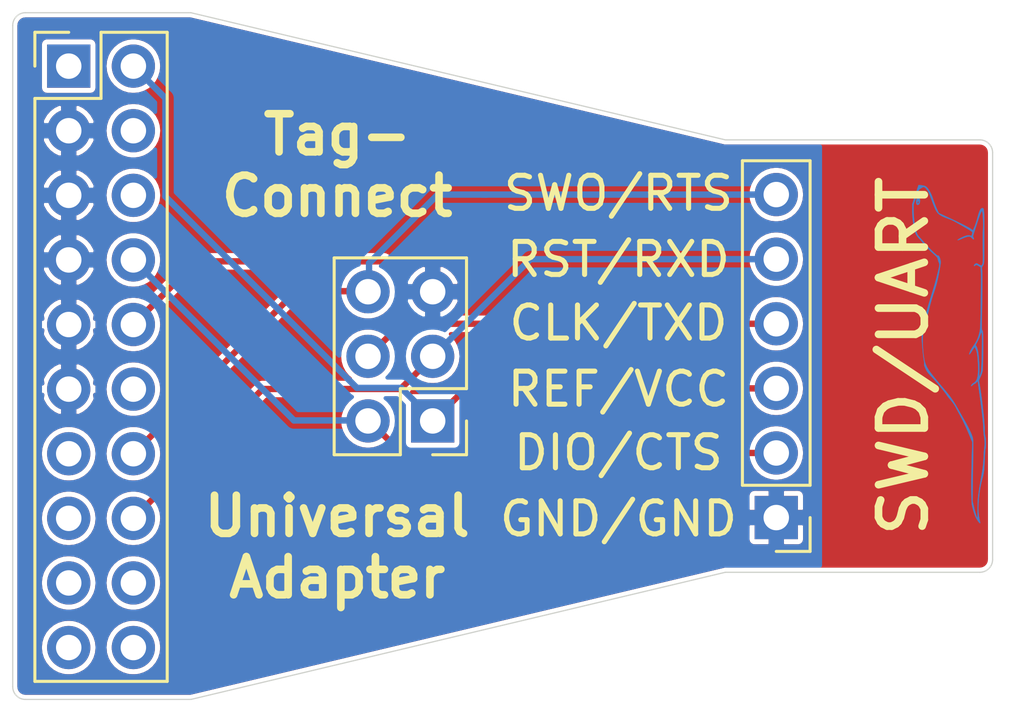
<source format=kicad_pcb>
(kicad_pcb (version 20171130) (host pcbnew 5.1.0)

  (general
    (thickness 1.6)
    (drawings 21)
    (tracks 31)
    (zones 0)
    (modules 4)
    (nets 17)
  )

  (page A4)
  (layers
    (0 F.Cu signal)
    (31 B.Cu signal)
    (32 B.Adhes user)
    (33 F.Adhes user)
    (34 B.Paste user)
    (35 F.Paste user)
    (36 B.SilkS user)
    (37 F.SilkS user)
    (38 B.Mask user)
    (39 F.Mask user)
    (40 Dwgs.User user)
    (41 Cmts.User user)
    (42 Eco1.User user)
    (43 Eco2.User user)
    (44 Edge.Cuts user)
    (45 Margin user)
    (46 B.CrtYd user)
    (47 F.CrtYd user)
    (48 B.Fab user)
    (49 F.Fab user)
  )

  (setup
    (last_trace_width 0.25)
    (trace_clearance 0.2)
    (zone_clearance 0.157)
    (zone_45_only no)
    (trace_min 0.2)
    (via_size 0.8)
    (via_drill 0.4)
    (via_min_size 0.4)
    (via_min_drill 0.3)
    (uvia_size 0.3)
    (uvia_drill 0.1)
    (uvias_allowed no)
    (uvia_min_size 0.2)
    (uvia_min_drill 0.1)
    (edge_width 0.05)
    (segment_width 0.2)
    (pcb_text_width 0.3)
    (pcb_text_size 1.5 1.5)
    (mod_edge_width 0.12)
    (mod_text_size 1 1)
    (mod_text_width 0.15)
    (pad_size 1.524 1.524)
    (pad_drill 0.762)
    (pad_to_mask_clearance 0.051)
    (solder_mask_min_width 0.25)
    (aux_axis_origin 0 0)
    (visible_elements FFFFFF7F)
    (pcbplotparams
      (layerselection 0x010fc_ffffffff)
      (usegerberextensions true)
      (usegerberattributes false)
      (usegerberadvancedattributes false)
      (creategerberjobfile false)
      (excludeedgelayer false)
      (linewidth 0.100000)
      (plotframeref false)
      (viasonmask false)
      (mode 1)
      (useauxorigin false)
      (hpglpennumber 1)
      (hpglpenspeed 20)
      (hpglpendiameter 15.000000)
      (psnegative false)
      (psa4output false)
      (plotreference true)
      (plotvalue true)
      (plotinvisibletext false)
      (padsonsilk false)
      (subtractmaskfromsilk false)
      (outputformat 1)
      (mirror false)
      (drillshape 0)
      (scaleselection 1)
      (outputdirectory "gerber/"))
  )

  (net 0 "")
  (net 1 "Net-(J1-Pad20)")
  (net 2 "Net-(J1-Pad19)")
  (net 3 "Net-(J1-Pad18)")
  (net 4 "Net-(J1-Pad17)")
  (net 5 RST)
  (net 6 "Net-(J1-Pad15)")
  (net 7 SWO)
  (net 8 "Net-(J1-Pad13)")
  (net 9 "Net-(J1-Pad12)")
  (net 10 GND)
  (net 11 CLK)
  (net 12 DIO)
  (net 13 "Net-(J1-Pad6)")
  (net 14 "Net-(J1-Pad4)")
  (net 15 REF)
  (net 16 "Net-(J1-Pad1)")

  (net_class Default "This is the default net class."
    (clearance 0.2)
    (trace_width 0.25)
    (via_dia 0.8)
    (via_drill 0.4)
    (uvia_dia 0.3)
    (uvia_drill 0.1)
    (add_net CLK)
    (add_net DIO)
    (add_net GND)
    (add_net "Net-(J1-Pad1)")
    (add_net "Net-(J1-Pad12)")
    (add_net "Net-(J1-Pad13)")
    (add_net "Net-(J1-Pad15)")
    (add_net "Net-(J1-Pad17)")
    (add_net "Net-(J1-Pad18)")
    (add_net "Net-(J1-Pad19)")
    (add_net "Net-(J1-Pad20)")
    (add_net "Net-(J1-Pad4)")
    (add_net "Net-(J1-Pad6)")
    (add_net REF)
    (add_net RST)
    (add_net SWO)
  )

  (module otter:otter_laying_144_Cu (layer B.Cu) (tedit 0) (tstamp 5CD0A6DB)
    (at 94.8 46.3 270)
    (fp_text reference G*** (at 0 0 270) (layer B.SilkS) hide
      (effects (font (size 1.524 1.524) (thickness 0.3)) (justify mirror))
    )
    (fp_text value LOGO (at 0.75 0 270) (layer B.SilkS) hide
      (effects (font (size 1.524 1.524) (thickness 0.3)) (justify mirror))
    )
    (fp_poly (pts (xy -5.794408 1.296343) (xy -5.752881 1.275323) (xy -5.740602 1.243134) (xy -5.759321 1.202103)
      (xy -5.774266 1.185334) (xy -5.812644 1.164236) (xy -5.867684 1.15259) (xy -5.925874 1.151242)
      (xy -5.973704 1.161035) (xy -5.991013 1.171787) (xy -6.009587 1.209911) (xy -6.007988 1.227667)
      (xy -5.88199 1.227667) (xy -5.879134 1.206762) (xy -5.851635 1.203165) (xy -5.818082 1.212508)
      (xy -5.799839 1.228432) (xy -5.800763 1.237908) (xy -5.826041 1.252231) (xy -5.859321 1.248139)
      (xy -5.881861 1.227995) (xy -5.88199 1.227667) (xy -6.007988 1.227667) (xy -6.005714 1.252916)
      (xy -5.981123 1.284877) (xy -5.978579 1.286338) (xy -5.942344 1.296854) (xy -5.888754 1.30311)
      (xy -5.863433 1.303867) (xy -5.794408 1.296343)) (layer B.Cu) (width 0.01))
    (fp_poly (pts (xy -5.517724 1.455957) (xy -5.232985 1.445109) (xy -4.971099 1.412983) (xy -4.772917 1.371018)
      (xy -4.672518 1.342687) (xy -4.594389 1.312432) (xy -4.527209 1.27404) (xy -4.459655 1.221296)
      (xy -4.399007 1.165804) (xy -4.331063 1.104165) (xy -4.254882 1.039569) (xy -4.185258 0.984497)
      (xy -4.17534 0.977127) (xy -4.125516 0.935999) (xy -4.060451 0.875665) (xy -3.986864 0.8027)
      (xy -3.911472 0.723681) (xy -3.870399 0.678601) (xy -3.798858 0.599105) (xy -3.745153 0.541393)
      (xy -3.704869 0.501717) (xy -3.673594 0.476329) (xy -3.646914 0.461479) (xy -3.620414 0.453421)
      (xy -3.601307 0.450065) (xy -3.538193 0.435405) (xy -3.477361 0.413448) (xy -3.466932 0.408473)
      (xy -3.442836 0.396955) (xy -3.42024 0.390196) (xy -3.392947 0.38873) (xy -3.354757 0.393093)
      (xy -3.299475 0.403818) (xy -3.220903 0.421441) (xy -3.164176 0.434577) (xy -3.005033 0.472688)
      (xy -2.848081 0.512806) (xy -2.686642 0.556812) (xy -2.514036 0.606585) (xy -2.323585 0.664004)
      (xy -2.108612 0.730951) (xy -2.087055 0.737754) (xy -1.803113 0.824376) (xy -1.537051 0.899345)
      (xy -1.290927 0.962206) (xy -1.066799 1.012504) (xy -0.866723 1.049784) (xy -0.692759 1.07359)
      (xy -0.546962 1.083469) (xy -0.522424 1.083734) (xy -0.451773 1.081665) (xy -0.355315 1.075948)
      (xy -0.240825 1.067318) (xy -0.116077 1.056513) (xy 0.011153 1.044266) (xy 0.133091 1.031313)
      (xy 0.241962 1.018391) (xy 0.329991 1.006235) (xy 0.372534 0.999057) (xy 0.433108 0.990703)
      (xy 0.486629 0.98862) (xy 0.509113 0.99087) (xy 0.550491 0.988845) (xy 0.614889 0.968823)
      (xy 0.695379 0.934424) (xy 0.765289 0.899723) (xy 0.824616 0.863408) (xy 0.882605 0.818696)
      (xy 0.9485 0.758802) (xy 0.9906 0.717784) (xy 1.065605 0.645867) (xy 1.148659 0.569806)
      (xy 1.228255 0.499979) (xy 1.278467 0.458177) (xy 1.356517 0.395105) (xy 1.444851 0.323244)
      (xy 1.527698 0.255438) (xy 1.549401 0.237578) (xy 1.6119 0.187573) (xy 1.670133 0.143644)
      (xy 1.715865 0.111879) (xy 1.734144 0.101055) (xy 1.766665 0.079881) (xy 1.816852 0.041644)
      (xy 1.877368 -0.007877) (xy 1.930022 -0.053265) (xy 2.016172 -0.123911) (xy 2.106062 -0.188408)
      (xy 2.187643 -0.238231) (xy 2.202479 -0.245975) (xy 2.281557 -0.286802) (xy 2.371371 -0.334798)
      (xy 2.453408 -0.380061) (xy 2.458707 -0.383055) (xy 2.730038 -0.527114) (xy 3.033639 -0.670183)
      (xy 3.27428 -0.773469) (xy 3.580301 -0.900061) (xy 4.317451 -0.880106) (xy 4.496402 -0.875776)
      (xy 4.685292 -0.87213) (xy 4.876929 -0.869243) (xy 5.064121 -0.867194) (xy 5.239678 -0.86606)
      (xy 5.396407 -0.865918) (xy 5.527118 -0.866846) (xy 5.537201 -0.866983) (xy 5.678082 -0.869061)
      (xy 5.790317 -0.87116) (xy 5.879122 -0.873738) (xy 5.949714 -0.877255) (xy 6.007309 -0.882171)
      (xy 6.057125 -0.888945) (xy 6.104379 -0.898036) (xy 6.154287 -0.909905) (xy 6.212066 -0.92501)
      (xy 6.220027 -0.927129) (xy 6.313215 -0.954429) (xy 6.408608 -0.986553) (xy 6.493456 -1.019003)
      (xy 6.54311 -1.041147) (xy 6.616936 -1.08068) (xy 6.681886 -1.121069) (xy 6.732782 -1.15846)
      (xy 6.764449 -1.188995) (xy 6.77171 -1.208819) (xy 6.770481 -1.210523) (xy 6.750176 -1.211553)
      (xy 6.705247 -1.204638) (xy 6.643629 -1.19116) (xy 6.609614 -1.182541) (xy 6.484649 -1.158737)
      (xy 6.333147 -1.145141) (xy 6.16074 -1.141364) (xy 5.973057 -1.147016) (xy 5.775728 -1.161708)
      (xy 5.574384 -1.185051) (xy 5.374655 -1.216657) (xy 5.18217 -1.256134) (xy 5.046134 -1.290623)
      (xy 4.951289 -1.316157) (xy 4.868365 -1.336124) (xy 4.790329 -1.351454) (xy 4.710148 -1.363079)
      (xy 4.620787 -1.371929) (xy 4.515215 -1.378934) (xy 4.386397 -1.385025) (xy 4.309534 -1.388078)
      (xy 4.19207 -1.393202) (xy 4.082854 -1.399168) (xy 3.987451 -1.405579) (xy 3.911427 -1.412034)
      (xy 3.860347 -1.418134) (xy 3.843979 -1.42146) (xy 3.789194 -1.431228) (xy 3.711172 -1.436645)
      (xy 3.620236 -1.437888) (xy 3.526713 -1.435133) (xy 3.440925 -1.428557) (xy 3.373199 -1.418338)
      (xy 3.352801 -1.413057) (xy 3.289811 -1.400444) (xy 3.196768 -1.392279) (xy 3.077226 -1.388852)
      (xy 3.056467 -1.388764) (xy 2.97609 -1.386363) (xy 2.869396 -1.379698) (xy 2.741011 -1.369323)
      (xy 2.595559 -1.355792) (xy 2.437668 -1.339658) (xy 2.271963 -1.321477) (xy 2.103069 -1.3018)
      (xy 1.935613 -1.281184) (xy 1.774219 -1.26018) (xy 1.623515 -1.239344) (xy 1.488125 -1.219229)
      (xy 1.372676 -1.200389) (xy 1.281794 -1.183378) (xy 1.220874 -1.168973) (xy 1.189459 -1.16258)
      (xy 1.15798 -1.164647) (xy 1.117856 -1.177416) (xy 1.060507 -1.203127) (xy 1.026141 -1.219838)
      (xy 0.949356 -1.25395) (xy 0.869043 -1.283742) (xy 0.800081 -1.303814) (xy 0.7874 -1.306486)
      (xy 0.740848 -1.311795) (xy 0.662083 -1.316409) (xy 0.552752 -1.320287) (xy 0.414504 -1.323388)
      (xy 0.248984 -1.32567) (xy 0.057841 -1.327092) (xy -0.04472 -1.327462) (xy -0.222659 -1.327801)
      (xy -0.369794 -1.327787) (xy -0.489189 -1.327315) (xy -0.583905 -1.326279) (xy -0.657004 -1.324574)
      (xy -0.71155 -1.322095) (xy -0.750604 -1.318736) (xy -0.77723 -1.314392) (xy -0.794489 -1.308957)
      (xy -0.805443 -1.302326) (xy -0.80672 -1.301232) (xy -0.81141 -1.296365) (xy -0.815273 -1.292082)
      (xy -0.820384 -1.288373) (xy -0.828815 -1.285231) (xy -0.842641 -1.282648) (xy -0.863936 -1.280616)
      (xy -0.894775 -1.279126) (xy -0.93723 -1.278171) (xy -0.993376 -1.277743) (xy -1.065287 -1.277833)
      (xy -1.155036 -1.278433) (xy -1.264699 -1.279536) (xy -1.396348 -1.281133) (xy -1.552057 -1.283217)
      (xy -1.733902 -1.285779) (xy -1.943954 -1.288811) (xy -2.18429 -1.292305) (xy -2.379133 -1.29513)
      (xy -2.532231 -1.29687) (xy -2.679258 -1.297646) (xy -2.815532 -1.297498) (xy -2.93637 -1.296464)
      (xy -3.037088 -1.294583) (xy -3.113005 -1.291894) (xy -3.157371 -1.288687) (xy -3.225471 -1.281441)
      (xy -3.269445 -1.279979) (xy -3.298725 -1.285519) (xy -3.322741 -1.299281) (xy -3.3387 -1.312119)
      (xy -3.390786 -1.341646) (xy -3.45751 -1.36063) (xy -3.466395 -1.361953) (xy -3.501098 -1.364328)
      (xy -3.565487 -1.366561) (xy -3.655384 -1.368589) (xy -3.766608 -1.370347) (xy -3.89498 -1.371773)
      (xy -4.03632 -1.372803) (xy -4.186449 -1.373375) (xy -4.224866 -1.373438) (xy -4.381938 -1.373664)
      (xy -4.535891 -1.373949) (xy -4.681699 -1.37428) (xy -4.814341 -1.374642) (xy -4.928792 -1.375021)
      (xy -5.020028 -1.375404) (xy -5.083026 -1.375777) (xy -5.088466 -1.375821) (xy -5.18834 -1.375163)
      (xy -5.298188 -1.372091) (xy -5.400164 -1.367181) (xy -5.439178 -1.36449) (xy -5.517566 -1.357344)
      (xy -5.568245 -1.349676) (xy -5.59736 -1.339972) (xy -5.611054 -1.326719) (xy -5.613128 -1.321654)
      (xy -5.616806 -1.283827) (xy -5.600634 -1.24958) (xy -5.562009 -1.217394) (xy -5.498329 -1.185752)
      (xy -5.406992 -1.153134) (xy -5.285393 -1.118022) (xy -5.246502 -1.107779) (xy -5.148328 -1.080261)
      (xy -5.045755 -1.04805) (xy -4.951847 -1.01543) (xy -4.887793 -0.990233) (xy -4.743582 -0.92828)
      (xy -4.800105 -0.849373) (xy -4.830694 -0.800834) (xy -4.873679 -0.723817) (xy -4.927801 -0.620835)
      (xy -4.991799 -0.494398) (xy -5.064411 -0.34702) (xy -5.144376 -0.181213) (xy -5.230434 0.00051)
      (xy -5.281651 0.110081) (xy -5.42348 0.414895) (xy -5.59464 0.494127) (xy -5.685657 0.533444)
      (xy -5.793327 0.575698) (xy -5.901664 0.614783) (xy -5.964915 0.635609) (xy -6.088423 0.679666)
      (xy -6.204649 0.731348) (xy -6.307937 0.787403) (xy -6.392632 0.84458) (xy -6.453078 0.899627)
      (xy -6.474321 0.928471) (xy -6.496354 0.984969) (xy -6.500883 1.00783) (xy -6.448569 1.00783)
      (xy -6.434365 0.973209) (xy -6.410846 0.940367) (xy -6.368444 0.898004) (xy -6.303585 0.854048)
      (xy -6.213637 0.807133) (xy -6.095965 0.755891) (xy -5.947938 0.698955) (xy -5.940419 0.6962)
      (xy -5.793234 0.641278) (xy -5.674692 0.594278) (xy -5.581031 0.553273) (xy -5.508492 0.516335)
      (xy -5.453312 0.481539) (xy -5.411731 0.446956) (xy -5.379988 0.410661) (xy -5.378091 0.408079)
      (xy -5.342826 0.357783) (xy -5.313645 0.310593) (xy -5.286891 0.259017) (xy -5.258903 0.19556)
      (xy -5.226022 0.112729) (xy -5.198735 0.040804) (xy -5.176848 -0.01694) (xy -5.157056 -0.066943)
      (xy -5.137072 -0.113624) (xy -5.114608 -0.161404) (xy -5.087375 -0.214702) (xy -5.053087 -0.277938)
      (xy -5.009456 -0.355531) (xy -4.954193 -0.451902) (xy -4.885012 -0.57147) (xy -4.855318 -0.622664)
      (xy -4.79251 -0.729403) (xy -4.743666 -0.808706) (xy -4.707021 -0.863126) (xy -4.680809 -0.895221)
      (xy -4.663265 -0.907545) (xy -4.658454 -0.907562) (xy -4.623151 -0.898981) (xy -4.575892 -0.888828)
      (xy -4.575038 -0.888656) (xy -4.536287 -0.875791) (xy -4.527059 -0.857113) (xy -4.528544 -0.851952)
      (xy -4.548271 -0.779017) (xy -4.545693 -0.709141) (xy -4.53816 -0.675373) (xy -4.519767 -0.618415)
      (xy -4.493 -0.551725) (xy -4.461437 -0.482453) (xy -4.428658 -0.417749) (xy -4.398241 -0.364763)
      (xy -4.373765 -0.330646) (xy -4.361164 -0.321733) (xy -4.354908 -0.332752) (xy -4.362958 -0.367291)
      (xy -4.386011 -0.427571) (xy -4.4153 -0.494883) (xy -4.448199 -0.573676) (xy -4.475657 -0.649727)
      (xy -4.494217 -0.712859) (xy -4.500135 -0.74465) (xy -4.501963 -0.793685) (xy -4.492046 -0.82777)
      (xy -4.464383 -0.862003) (xy -4.446482 -0.879621) (xy -4.41137 -0.915871) (xy -4.389429 -0.943372)
      (xy -4.385733 -0.951588) (xy -4.398538 -0.963976) (xy -4.427347 -0.963244) (xy -4.457749 -0.951169)
      (xy -4.469151 -0.941304) (xy -4.48254 -0.931959) (xy -4.505291 -0.930454) (xy -4.543454 -0.93781)
      (xy -4.60308 -0.955049) (xy -4.661724 -0.973836) (xy -4.748605 -1.002122) (xy -4.853836 -1.036238)
      (xy -4.963516 -1.071684) (xy -5.0546 -1.101022) (xy -5.178924 -1.142242) (xy -5.288264 -1.180969)
      (xy -5.379329 -1.215857) (xy -5.448831 -1.24556) (xy -5.49348 -1.268731) (xy -5.509988 -1.284023)
      (xy -5.508842 -1.286986) (xy -5.481979 -1.296563) (xy -5.426909 -1.305255) (xy -5.349289 -1.312797)
      (xy -5.254771 -1.318926) (xy -5.149012 -1.323376) (xy -5.037665 -1.325884) (xy -4.926387 -1.326186)
      (xy -4.82083 -1.324018) (xy -4.766733 -1.321648) (xy -4.673381 -1.317979) (xy -4.554426 -1.315406)
      (xy -4.418115 -1.313986) (xy -4.272698 -1.313777) (xy -4.126421 -1.314835) (xy -4.021666 -1.316484)
      (xy -3.846774 -1.319542) (xy -3.703261 -1.320647) (xy -3.588664 -1.319145) (xy -3.500521 -1.314382)
      (xy -3.436367 -1.305705) (xy -3.393741 -1.292459) (xy -3.37018 -1.273992) (xy -3.366494 -1.261098)
      (xy -0.730219 -1.261098) (xy -0.7211 -1.268082) (xy -0.702733 -1.273215) (xy -0.667323 -1.27727)
      (xy -0.602674 -1.280114) (xy -0.51339 -1.28183) (xy -0.404073 -1.282499) (xy -0.279327 -1.282201)
      (xy -0.143755 -1.28102) (xy -0.00196 -1.279036) (xy 0.141455 -1.27633) (xy 0.281886 -1.272986)
      (xy 0.41473 -1.269083) (xy 0.535385 -1.264704) (xy 0.639247 -1.25993) (xy 0.721712 -1.254843)
      (xy 0.778178 -1.249524) (xy 0.795896 -1.246659) (xy 0.863967 -1.229789) (xy 0.927848 -1.210529)
      (xy 0.96523 -1.196548) (xy 0.99284 -1.183798) (xy 1.00148 -1.176668) (xy 0.987315 -1.174352)
      (xy 0.946511 -1.176042) (xy 0.887089 -1.180091) (xy 0.80888 -1.182518) (xy 0.705296 -1.181259)
      (xy 0.584567 -1.176841) (xy 0.45492 -1.169789) (xy 0.324587 -1.160628) (xy 0.201795 -1.149881)
      (xy 0.094774 -1.138076) (xy 0.011754 -1.125735) (xy 0 -1.123499) (xy -0.07047 -1.10665)
      (xy -0.135176 -1.086384) (xy -0.180573 -1.066969) (xy -0.181918 -1.066199) (xy -0.236836 -1.034211)
      (xy -0.359718 -1.099827) (xy -0.440087 -1.139372) (xy -0.532805 -1.180048) (xy -0.61784 -1.213066)
      (xy -0.618066 -1.213145) (xy -0.682496 -1.236322) (xy -0.718616 -1.251408) (xy -0.730219 -1.261098)
      (xy -3.366494 -1.261098) (xy -3.363221 -1.249649) (xy -3.3704 -1.218777) (xy -3.389256 -1.180723)
      (xy -3.40585 -1.153043) (xy -3.434886 -1.104633) (xy -3.447569 -1.074306) (xy -3.445867 -1.051658)
      (xy -3.431748 -1.02629) (xy -3.43026 -1.024013) (xy -3.396889 -0.985397) (xy -3.363876 -0.96667)
      (xy -3.340884 -0.97147) (xy -3.34274 -0.990155) (xy -3.358548 -1.012996) (xy -3.379248 -1.040773)
      (xy -3.383834 -1.067751) (xy -3.37109 -1.10339) (xy -3.340099 -1.156669) (xy -3.293533 -1.231699)
      (xy -3.0988 -1.242384) (xy -3.045692 -1.244084) (xy -2.962492 -1.245157) (xy -2.852967 -1.245618)
      (xy -2.720886 -1.245484) (xy -2.570015 -1.244771) (xy -2.404124 -1.243495) (xy -2.22698 -1.241672)
      (xy -2.04235 -1.239318) (xy -1.904999 -1.237273) (xy -1.684126 -1.233629) (xy -1.494469 -1.230132)
      (xy -1.333379 -1.226683) (xy -1.198208 -1.223182) (xy -1.086307 -1.219528) (xy -0.995027 -1.21562)
      (xy -0.921718 -1.211358) (xy -0.863732 -1.206643) (xy -0.81842 -1.201372) (xy -0.783132 -1.195446)
      (xy -0.778933 -1.194578) (xy -0.636287 -1.16058) (xy -0.516615 -1.122277) (xy -0.409025 -1.074955)
      (xy -0.302626 -1.013901) (xy -0.199697 -0.943899) (xy -0.115039 -0.887357) (xy -0.032818 -0.839989)
      (xy 0.040685 -0.804849) (xy 0.09919 -0.78499) (xy 0.132472 -0.782412) (xy 0.132377 -0.793044)
      (xy 0.104877 -0.81816) (xy 0.052233 -0.85591) (xy 0.004234 -0.887215) (xy -0.058945 -0.927782)
      (xy -0.109925 -0.961479) (xy -0.142889 -0.984398) (xy -0.1524 -0.992456) (xy -0.138789 -1.002914)
      (xy -0.104309 -1.022626) (xy -0.083092 -1.033736) (xy -0.013321 -1.062509) (xy 0.073769 -1.08558)
      (xy 0.181893 -1.103508) (xy 0.314769 -1.11685) (xy 0.476113 -1.126164) (xy 0.551468 -1.128951)
      (xy 0.725873 -1.131668) (xy 0.870212 -1.127059) (xy 0.987649 -1.114319) (xy 1.081351 -1.092645)
      (xy 1.154483 -1.061234) (xy 1.210211 -1.019281) (xy 1.2517 -0.965984) (xy 1.261277 -0.948764)
      (xy 1.286948 -0.913005) (xy 1.321715 -0.880137) (xy 1.356202 -0.857362) (xy 1.381033 -0.85188)
      (xy 1.384612 -0.854033) (xy 1.380029 -0.870892) (xy 1.3569 -0.902095) (xy 1.34081 -0.919693)
      (xy 1.308282 -0.957605) (xy 1.289109 -0.988365) (xy 1.286934 -0.996594) (xy 1.275306 -1.020328)
      (xy 1.24612 -1.054495) (xy 1.23236 -1.067754) (xy 1.201339 -1.097642) (xy 1.186162 -1.115435)
      (xy 1.186256 -1.117599) (xy 1.20517 -1.119839) (xy 1.251423 -1.125996) (xy 1.318823 -1.135227)
      (xy 1.401179 -1.14669) (xy 1.436366 -1.151634) (xy 1.695987 -1.187628) (xy 1.940876 -1.220443)
      (xy 2.168701 -1.249808) (xy 2.377129 -1.275452) (xy 2.563829 -1.297105) (xy 2.726467 -1.314498)
      (xy 2.862711 -1.327358) (xy 2.97023 -1.335418) (xy 3.046691 -1.338405) (xy 3.048001 -1.338411)
      (xy 3.138413 -1.340841) (xy 3.228063 -1.346765) (xy 3.304718 -1.355203) (xy 3.344334 -1.362137)
      (xy 3.442474 -1.377416) (xy 3.559738 -1.385197) (xy 3.682162 -1.385208) (xy 3.795785 -1.377178)
      (xy 3.835401 -1.371694) (xy 3.887931 -1.365281) (xy 3.965685 -1.358587) (xy 4.060031 -1.352227)
      (xy 4.162337 -1.346816) (xy 4.216401 -1.344559) (xy 4.316812 -1.339775) (xy 4.412803 -1.332736)
      (xy 4.511312 -1.322586) (xy 4.619276 -1.308471) (xy 4.74363 -1.289536) (xy 4.891314 -1.264928)
      (xy 4.961467 -1.252782) (xy 5.156034 -1.219063) (xy 5.321848 -1.191034) (xy 5.463448 -1.168176)
      (xy 5.585372 -1.149973) (xy 5.692161 -1.135906) (xy 5.788353 -1.125457) (xy 5.878488 -1.118109)
      (xy 5.967106 -1.113342) (xy 6.058745 -1.11064) (xy 6.157944 -1.109484) (xy 6.218752 -1.109318)
      (xy 6.323698 -1.109025) (xy 6.416141 -1.108312) (xy 6.491106 -1.107256) (xy 6.543614 -1.105932)
      (xy 6.568689 -1.104416) (xy 6.570119 -1.103947) (xy 6.554368 -1.090538) (xy 6.510151 -1.071484)
      (xy 6.442109 -1.048272) (xy 6.354885 -1.022388) (xy 6.25312 -0.995319) (xy 6.162272 -0.973327)
      (xy 5.901267 -0.912853) (xy 4.868334 -0.925859) (xy 4.618895 -0.929007) (xy 4.401019 -0.931734)
      (xy 4.212407 -0.934015) (xy 4.050757 -0.935822) (xy 3.913768 -0.93713) (xy 3.79914 -0.937914)
      (xy 3.704572 -0.938146) (xy 3.627763 -0.9378) (xy 3.566413 -0.93685) (xy 3.518221 -0.935271)
      (xy 3.480885 -0.933036) (xy 3.452106 -0.930118) (xy 3.429583 -0.926493) (xy 3.411015 -0.922132)
      (xy 3.394101 -0.917011) (xy 3.37654 -0.911103) (xy 3.369734 -0.908818) (xy 3.265559 -0.869102)
      (xy 3.138268 -0.812049) (xy 2.992394 -0.739875) (xy 2.832469 -0.654798) (xy 2.709334 -0.585748)
      (xy 2.60604 -0.526729) (xy 2.49288 -0.462266) (xy 2.381771 -0.399136) (xy 2.284629 -0.344118)
      (xy 2.260601 -0.33055) (xy 2.139966 -0.261188) (xy 2.032131 -0.195835) (xy 1.931634 -0.130532)
      (xy 1.833012 -0.061322) (xy 1.730804 0.015757) (xy 1.619549 0.104663) (xy 1.493784 0.209355)
      (xy 1.369022 0.315753) (xy 1.297195 0.376619) (xy 1.20805 0.450869) (xy 1.11083 0.530874)
      (xy 1.014777 0.609006) (xy 0.971088 0.644175) (xy 0.849568 0.738695) (xy 0.740844 0.815381)
      (xy 0.638804 0.876457) (xy 0.537337 0.92415) (xy 0.43033 0.960683) (xy 0.311672 0.988282)
      (xy 0.175249 1.009172) (xy 0.014951 1.025577) (xy -0.1016 1.03465) (xy -0.312702 1.045152)
      (xy -0.501905 1.043658) (xy -0.679376 1.029074) (xy -0.855278 1.000309) (xy -1.039776 0.956269)
      (xy -1.164184 0.920438) (xy -1.248993 0.895953) (xy -1.356418 0.866823) (xy -1.476016 0.835776)
      (xy -1.597348 0.805539) (xy -1.676399 0.786625) (xy -1.798131 0.756331) (xy -1.93016 0.720526)
      (xy -2.060392 0.682675) (xy -2.176735 0.646244) (xy -2.234181 0.626744) (xy -2.341377 0.590336)
      (xy -2.458508 0.552999) (xy -2.572255 0.518843) (xy -2.669297 0.491978) (xy -2.679652 0.489321)
      (xy -2.771404 0.467345) (xy -2.877784 0.443963) (xy -2.992463 0.420352) (xy -3.109106 0.397687)
      (xy -3.221384 0.377144) (xy -3.322962 0.3599) (xy -3.407511 0.34713) (xy -3.468696 0.340011)
      (xy -3.489426 0.33893) (xy -3.551806 0.343999) (xy -3.61514 0.357865) (xy -3.673272 0.377739)
      (xy -3.720044 0.40083) (xy -3.749301 0.424347) (xy -3.754886 0.445501) (xy -3.745694 0.455082)
      (xy -3.750914 0.470015) (xy -3.777021 0.504156) (xy -3.820167 0.55358) (xy -3.876503 0.614362)
      (xy -3.942181 0.682577) (xy -4.013354 0.7543) (xy -4.086172 0.825606) (xy -4.156788 0.892571)
      (xy -4.221354 0.951269) (xy -4.276021 0.997775) (xy -4.284133 1.004249) (xy -4.349271 1.058044)
      (xy -4.419193 1.119467) (xy -4.461933 1.159195) (xy -4.514931 1.206966) (xy -4.564898 1.242446)
      (xy -4.620725 1.269924) (xy -4.691306 1.293689) (xy -4.785532 1.318029) (xy -4.796867 1.320723)
      (xy -5.113405 1.379056) (xy -5.431189 1.404266) (xy -5.518468 1.405467) (xy -5.75396 1.405467)
      (xy -6.047746 1.304989) (xy -6.152995 1.26775) (xy -6.240822 1.234187) (xy -6.307119 1.206005)
      (xy -6.347777 1.184912) (xy -6.358466 1.175887) (xy -6.37867 1.143301) (xy -6.407117 1.099087)
      (xy -6.4135 1.089347) (xy -6.441533 1.042009) (xy -6.448569 1.00783) (xy -6.500883 1.00783)
      (xy -6.511547 1.06165) (xy -6.515191 1.097804) (xy -6.523264 1.210734) (xy -6.150456 1.3335)
      (xy -5.777649 1.456267) (xy -5.517724 1.455957)) (layer B.Cu) (width 0.01))
  )

  (module Connector_PinHeader_2.54mm:PinHeader_1x06_P2.54mm_Vertical (layer F.Cu) (tedit 5CD035DE) (tstamp 5CD08AAD)
    (at 88 46.5 180)
    (descr "Through hole straight pin header, 1x06, 2.54mm pitch, single row")
    (tags "Through hole pin header THT 1x06 2.54mm single row")
    (path /5CD0636E)
    (fp_text reference J3 (at 0 -9.85 180) (layer F.SilkS) hide
      (effects (font (size 1 1) (thickness 0.15)))
    )
    (fp_text value SWD (at 0 8.68 180) (layer F.Fab)
      (effects (font (size 1 1) (thickness 0.15)))
    )
    (fp_text user %R (at 0 0 270) (layer F.Fab)
      (effects (font (size 1 1) (thickness 0.15)))
    )
    (fp_line (start 1.8 -8.15) (end -1.8 -8.15) (layer F.CrtYd) (width 0.05))
    (fp_line (start 1.8 8.15) (end 1.8 -8.15) (layer F.CrtYd) (width 0.05))
    (fp_line (start -1.8 8.15) (end 1.8 8.15) (layer F.CrtYd) (width 0.05))
    (fp_line (start -1.8 -8.15) (end -1.8 8.15) (layer F.CrtYd) (width 0.05))
    (fp_line (start -1.33 -7.68) (end 0 -7.68) (layer F.SilkS) (width 0.12))
    (fp_line (start -1.33 -6.35) (end -1.33 -7.68) (layer F.SilkS) (width 0.12))
    (fp_line (start -1.33 -5.08) (end 1.33 -5.08) (layer F.SilkS) (width 0.12))
    (fp_line (start 1.33 -5.08) (end 1.33 7.68) (layer F.SilkS) (width 0.12))
    (fp_line (start -1.33 -5.08) (end -1.33 7.68) (layer F.SilkS) (width 0.12))
    (fp_line (start -1.33 7.68) (end 1.33 7.68) (layer F.SilkS) (width 0.12))
    (fp_line (start -1.27 -6.985) (end -0.635 -7.62) (layer F.Fab) (width 0.1))
    (fp_line (start -1.27 7.62) (end -1.27 -6.985) (layer F.Fab) (width 0.1))
    (fp_line (start 1.27 7.62) (end -1.27 7.62) (layer F.Fab) (width 0.1))
    (fp_line (start 1.27 -7.62) (end 1.27 7.62) (layer F.Fab) (width 0.1))
    (fp_line (start -0.635 -7.62) (end 1.27 -7.62) (layer F.Fab) (width 0.1))
    (pad 6 thru_hole oval (at 0 6.35 180) (size 1.7 1.7) (drill 1) (layers *.Cu *.Mask)
      (net 7 SWO))
    (pad 5 thru_hole oval (at 0 3.81 180) (size 1.7 1.7) (drill 1) (layers *.Cu *.Mask)
      (net 5 RST))
    (pad 4 thru_hole oval (at 0 1.27 180) (size 1.7 1.7) (drill 1) (layers *.Cu *.Mask)
      (net 11 CLK))
    (pad 3 thru_hole oval (at 0 -1.27 180) (size 1.7 1.7) (drill 1) (layers *.Cu *.Mask)
      (net 15 REF))
    (pad 2 thru_hole oval (at 0 -3.81 180) (size 1.7 1.7) (drill 1) (layers *.Cu *.Mask)
      (net 12 DIO))
    (pad 1 thru_hole rect (at 0 -6.35 180) (size 1.7 1.7) (drill 1) (layers *.Cu *.Mask)
      (net 10 GND))
    (model ${KISYS3DMOD}/Connector_PinHeader_2.54mm.3dshapes/PinHeader_1x06_P2.54mm_Vertical.wrl
      (at (xyz 0 0 0))
      (scale (xyz 1 1 1))
      (rotate (xyz 0 0 0))
    )
  )

  (module Connector_PinHeader_2.54mm:PinHeader_2x03_P2.54mm_Vertical (layer F.Cu) (tedit 5CD035C2) (tstamp 5CD08A93)
    (at 73.25 46.5 180)
    (descr "Through hole straight pin header, 2x03, 2.54mm pitch, double rows")
    (tags "Through hole pin header THT 2x03 2.54mm double row")
    (path /5CD058A4)
    (fp_text reference J2 (at 0.02 -4.88 180) (layer F.SilkS) hide
      (effects (font (size 1 1) (thickness 0.15)))
    )
    (fp_text value TC (at 0.02 4.86 180) (layer F.Fab)
      (effects (font (size 1 1) (thickness 0.15)))
    )
    (fp_text user %R (at 0.02 -0.01 270) (layer F.Fab)
      (effects (font (size 1 1) (thickness 0.15)))
    )
    (fp_line (start 3.1 -4.35) (end -3.05 -4.35) (layer F.CrtYd) (width 0.05))
    (fp_line (start 3.1 4.3) (end 3.1 -4.35) (layer F.CrtYd) (width 0.05))
    (fp_line (start -3.05 4.3) (end 3.1 4.3) (layer F.CrtYd) (width 0.05))
    (fp_line (start -3.05 -4.35) (end -3.05 4.3) (layer F.CrtYd) (width 0.05))
    (fp_line (start -2.58 -3.88) (end -1.25 -3.88) (layer F.SilkS) (width 0.12))
    (fp_line (start -2.58 -2.55) (end -2.58 -3.88) (layer F.SilkS) (width 0.12))
    (fp_line (start 0.02 -3.88) (end 2.62 -3.88) (layer F.SilkS) (width 0.12))
    (fp_line (start 0.02 -1.28) (end 0.02 -3.88) (layer F.SilkS) (width 0.12))
    (fp_line (start -2.58 -1.28) (end 0.02 -1.28) (layer F.SilkS) (width 0.12))
    (fp_line (start 2.62 -3.88) (end 2.62 3.86) (layer F.SilkS) (width 0.12))
    (fp_line (start -2.58 -1.28) (end -2.58 3.86) (layer F.SilkS) (width 0.12))
    (fp_line (start -2.58 3.86) (end 2.62 3.86) (layer F.SilkS) (width 0.12))
    (fp_line (start -2.52 -2.55) (end -1.25 -3.82) (layer F.Fab) (width 0.1))
    (fp_line (start -2.52 3.8) (end -2.52 -2.55) (layer F.Fab) (width 0.1))
    (fp_line (start 2.56 3.8) (end -2.52 3.8) (layer F.Fab) (width 0.1))
    (fp_line (start 2.56 -3.82) (end 2.56 3.8) (layer F.Fab) (width 0.1))
    (fp_line (start -1.25 -3.82) (end 2.56 -3.82) (layer F.Fab) (width 0.1))
    (pad 6 thru_hole oval (at 1.29 2.53 180) (size 1.7 1.7) (drill 1) (layers *.Cu *.Mask)
      (net 7 SWO))
    (pad 5 thru_hole oval (at -1.25 2.53 180) (size 1.7 1.7) (drill 1) (layers *.Cu *.Mask)
      (net 10 GND))
    (pad 4 thru_hole oval (at 1.29 -0.01 180) (size 1.7 1.7) (drill 1) (layers *.Cu *.Mask)
      (net 11 CLK))
    (pad 3 thru_hole oval (at -1.25 -0.01 180) (size 1.7 1.7) (drill 1) (layers *.Cu *.Mask)
      (net 5 RST))
    (pad 2 thru_hole oval (at 1.29 -2.55 180) (size 1.7 1.7) (drill 1) (layers *.Cu *.Mask)
      (net 12 DIO))
    (pad 1 thru_hole rect (at -1.25 -2.55 180) (size 1.7 1.7) (drill 1) (layers *.Cu *.Mask)
      (net 15 REF))
    (model ${KISYS3DMOD}/Connector_PinHeader_2.54mm.3dshapes/PinHeader_2x03_P2.54mm_Vertical.wrl
      (at (xyz 0 0 0))
      (scale (xyz 1 1 1))
      (rotate (xyz 0 0 0))
    )
  )

  (module Connector_PinHeader_2.54mm:PinHeader_2x10_P2.54mm_Vertical (layer F.Cu) (tedit 5CD035AD) (tstamp 5CD08A77)
    (at 61.5 46.5)
    (descr "Through hole straight pin header, 2x10, 2.54mm pitch, double rows")
    (tags "Through hole pin header THT 2x10 2.54mm double row")
    (path /5CD0A8DD)
    (fp_text reference J1 (at -0.03 -13.73) (layer F.SilkS) hide
      (effects (font (size 1 1) (thickness 0.15)))
    )
    (fp_text value JLINK (at -0.03 13.79) (layer F.Fab)
      (effects (font (size 1 1) (thickness 0.15)))
    )
    (fp_text user %R (at -0.03 0.03 90) (layer F.Fab)
      (effects (font (size 1 1) (thickness 0.15)))
    )
    (fp_line (start 3.05 -13.2) (end -3.1 -13.2) (layer F.CrtYd) (width 0.05))
    (fp_line (start 3.05 13.25) (end 3.05 -13.2) (layer F.CrtYd) (width 0.05))
    (fp_line (start -3.1 13.25) (end 3.05 13.25) (layer F.CrtYd) (width 0.05))
    (fp_line (start -3.1 -13.2) (end -3.1 13.25) (layer F.CrtYd) (width 0.05))
    (fp_line (start -2.63 -12.73) (end -1.3 -12.73) (layer F.SilkS) (width 0.12))
    (fp_line (start -2.63 -11.4) (end -2.63 -12.73) (layer F.SilkS) (width 0.12))
    (fp_line (start -0.03 -12.73) (end 2.57 -12.73) (layer F.SilkS) (width 0.12))
    (fp_line (start -0.03 -10.13) (end -0.03 -12.73) (layer F.SilkS) (width 0.12))
    (fp_line (start -2.63 -10.13) (end -0.03 -10.13) (layer F.SilkS) (width 0.12))
    (fp_line (start 2.57 -12.73) (end 2.57 12.79) (layer F.SilkS) (width 0.12))
    (fp_line (start -2.63 -10.13) (end -2.63 12.79) (layer F.SilkS) (width 0.12))
    (fp_line (start -2.63 12.79) (end 2.57 12.79) (layer F.SilkS) (width 0.12))
    (fp_line (start -2.57 -11.4) (end -1.3 -12.67) (layer F.Fab) (width 0.1))
    (fp_line (start -2.57 12.73) (end -2.57 -11.4) (layer F.Fab) (width 0.1))
    (fp_line (start 2.51 12.73) (end -2.57 12.73) (layer F.Fab) (width 0.1))
    (fp_line (start 2.51 -12.67) (end 2.51 12.73) (layer F.Fab) (width 0.1))
    (fp_line (start -1.3 -12.67) (end 2.51 -12.67) (layer F.Fab) (width 0.1))
    (pad 20 thru_hole oval (at 1.24 11.46) (size 1.7 1.7) (drill 1) (layers *.Cu *.Mask)
      (net 1 "Net-(J1-Pad20)"))
    (pad 19 thru_hole oval (at -1.3 11.46) (size 1.7 1.7) (drill 1) (layers *.Cu *.Mask)
      (net 2 "Net-(J1-Pad19)"))
    (pad 18 thru_hole oval (at 1.24 8.92) (size 1.7 1.7) (drill 1) (layers *.Cu *.Mask)
      (net 3 "Net-(J1-Pad18)"))
    (pad 17 thru_hole oval (at -1.3 8.92) (size 1.7 1.7) (drill 1) (layers *.Cu *.Mask)
      (net 4 "Net-(J1-Pad17)"))
    (pad 16 thru_hole oval (at 1.24 6.38) (size 1.7 1.7) (drill 1) (layers *.Cu *.Mask)
      (net 5 RST))
    (pad 15 thru_hole oval (at -1.3 6.38) (size 1.7 1.7) (drill 1) (layers *.Cu *.Mask)
      (net 6 "Net-(J1-Pad15)"))
    (pad 14 thru_hole oval (at 1.24 3.84) (size 1.7 1.7) (drill 1) (layers *.Cu *.Mask)
      (net 7 SWO))
    (pad 13 thru_hole oval (at -1.3 3.84) (size 1.7 1.7) (drill 1) (layers *.Cu *.Mask)
      (net 8 "Net-(J1-Pad13)"))
    (pad 12 thru_hole oval (at 1.24 1.3) (size 1.7 1.7) (drill 1) (layers *.Cu *.Mask)
      (net 9 "Net-(J1-Pad12)"))
    (pad 11 thru_hole oval (at -1.3 1.3) (size 1.7 1.7) (drill 1) (layers *.Cu *.Mask)
      (net 10 GND))
    (pad 10 thru_hole oval (at 1.24 -1.24) (size 1.7 1.7) (drill 1) (layers *.Cu *.Mask)
      (net 11 CLK))
    (pad 9 thru_hole oval (at -1.3 -1.24) (size 1.7 1.7) (drill 1) (layers *.Cu *.Mask)
      (net 10 GND))
    (pad 8 thru_hole oval (at 1.24 -3.78) (size 1.7 1.7) (drill 1) (layers *.Cu *.Mask)
      (net 12 DIO))
    (pad 7 thru_hole oval (at -1.3 -3.78) (size 1.7 1.7) (drill 1) (layers *.Cu *.Mask)
      (net 10 GND))
    (pad 6 thru_hole oval (at 1.24 -6.32) (size 1.7 1.7) (drill 1) (layers *.Cu *.Mask)
      (net 13 "Net-(J1-Pad6)"))
    (pad 5 thru_hole oval (at -1.3 -6.32) (size 1.7 1.7) (drill 1) (layers *.Cu *.Mask)
      (net 10 GND))
    (pad 4 thru_hole oval (at 1.24 -8.86) (size 1.7 1.7) (drill 1) (layers *.Cu *.Mask)
      (net 14 "Net-(J1-Pad4)"))
    (pad 3 thru_hole oval (at -1.3 -8.86) (size 1.7 1.7) (drill 1) (layers *.Cu *.Mask)
      (net 10 GND))
    (pad 2 thru_hole oval (at 1.24 -11.4) (size 1.7 1.7) (drill 1) (layers *.Cu *.Mask)
      (net 15 REF))
    (pad 1 thru_hole rect (at -1.3 -11.4) (size 1.7 1.7) (drill 1) (layers *.Cu *.Mask)
      (net 16 "Net-(J1-Pad1)"))
    (model ${KISYS3DMOD}/Connector_PinHeader_2.54mm.3dshapes/PinHeader_2x10_P2.54mm_Vertical.wrl
      (at (xyz 0 0 0))
      (scale (xyz 1 1 1))
      (rotate (xyz 0 0 0))
    )
  )

  (gr_text GND/GND (at 81.8 52.9) (layer F.SilkS) (tstamp 5CD09A49)
    (effects (font (size 1.3 1.3) (thickness 0.2)))
  )
  (gr_text DIO/CTS (at 81.8 50.3) (layer F.SilkS) (tstamp 5CD09A49)
    (effects (font (size 1.3 1.3) (thickness 0.2)))
  )
  (gr_text REF/VCC (at 81.8 47.8) (layer F.SilkS) (tstamp 5CD09A49)
    (effects (font (size 1.3 1.3) (thickness 0.2)))
  )
  (gr_text CLK/TXD (at 81.8 45.2) (layer F.SilkS) (tstamp 5CD09A49)
    (effects (font (size 1.3 1.3) (thickness 0.2)))
  )
  (gr_text RST/RXD (at 81.8 42.7) (layer F.SilkS) (tstamp 5CD09A49)
    (effects (font (size 1.3 1.3) (thickness 0.2)))
  )
  (gr_text SWO/RTS (at 81.8 40.1) (layer F.SilkS)
    (effects (font (size 1.3 1.3) (thickness 0.2)))
  )
  (gr_text "Universal\nAdapter" (at 70.75 54) (layer F.SilkS)
    (effects (font (size 1.5 1.5) (thickness 0.3)))
  )
  (gr_text "Tag-\nConnect" (at 70.75 39) (layer F.SilkS)
    (effects (font (size 1.5 1.5) (thickness 0.3)))
  )
  (gr_text SWD/UART (at 93 46.5 90) (layer F.SilkS)
    (effects (font (size 1.8 1.8) (thickness 0.3)))
  )
  (gr_arc (start 58.5 59.5) (end 58 59.5) (angle -90) (layer Edge.Cuts) (width 0.05))
  (gr_arc (start 58.5 33.5) (end 58.5 33) (angle -90) (layer Edge.Cuts) (width 0.05))
  (gr_arc (start 96 38.5) (end 96.5 38.5) (angle -90) (layer Edge.Cuts) (width 0.05))
  (gr_arc (start 96 54.5) (end 96 55) (angle -90) (layer Edge.Cuts) (width 0.05))
  (gr_line (start 86 38) (end 65 33) (layer Edge.Cuts) (width 0.05) (tstamp 5CD09305))
  (gr_line (start 96 38) (end 86 38) (layer Edge.Cuts) (width 0.05))
  (gr_line (start 96.5 54.5) (end 96.5 38.5) (layer Edge.Cuts) (width 0.05) (tstamp 5CD098D0))
  (gr_line (start 86 55) (end 96 55) (layer Edge.Cuts) (width 0.05))
  (gr_line (start 65 60) (end 86 55) (layer Edge.Cuts) (width 0.05))
  (gr_line (start 65 33) (end 58.5 33) (layer Edge.Cuts) (width 0.05))
  (gr_line (start 58.5 60) (end 65 60) (layer Edge.Cuts) (width 0.05))
  (gr_line (start 58 33.5) (end 58 59.5) (layer Edge.Cuts) (width 0.05))

  (segment (start 78.34 42.69) (end 74.54 46.49) (width 0.25) (layer B.Cu) (net 5))
  (segment (start 88 42.69) (end 78.34 42.69) (width 0.25) (layer B.Cu) (net 5))
  (segment (start 73.235907 47.794093) (end 74.54 46.49) (width 0.25) (layer F.Cu) (net 5))
  (segment (start 62.74 52.88) (end 67.825907 47.794093) (width 0.25) (layer F.Cu) (net 5))
  (segment (start 67.825907 47.794093) (end 73.235907 47.794093) (width 0.25) (layer F.Cu) (net 5))
  (segment (start 86.797919 40.15) (end 88 40.15) (width 0.25) (layer B.Cu) (net 7))
  (segment (start 69.13 43.95) (end 62.74 50.34) (width 0.25) (layer F.Cu) (net 7))
  (segment (start 72 43.95) (end 69.13 43.95) (width 0.25) (layer F.Cu) (net 7))
  (segment (start 72 42.85) (end 72 43.95) (width 0.25) (layer B.Cu) (net 7))
  (segment (start 74.7 40.15) (end 72 42.85) (width 0.25) (layer B.Cu) (net 7))
  (segment (start 76.45 40.15) (end 76.6 40.15) (width 0.25) (layer B.Cu) (net 7))
  (segment (start 76.6 40.15) (end 74.7 40.15) (width 0.25) (layer B.Cu) (net 7))
  (segment (start 76.6 40.15) (end 86.797919 40.15) (width 0.25) (layer B.Cu) (net 7))
  (segment (start 73.26 45.23) (end 72 46.49) (width 0.25) (layer F.Cu) (net 11))
  (segment (start 88 45.23) (end 73.26 45.23) (width 0.25) (layer F.Cu) (net 11))
  (segment (start 63.589999 44.410001) (end 62.74 45.26) (width 0.25) (layer F.Cu) (net 11))
  (segment (start 72.574999 42.774999) (end 65.225001 42.774999) (width 0.25) (layer F.Cu) (net 11))
  (segment (start 65.225001 42.774999) (end 62.74 45.26) (width 0.25) (layer F.Cu) (net 11))
  (segment (start 73.26 45.23) (end 73.26 43.46) (width 0.25) (layer F.Cu) (net 11))
  (segment (start 73.26 43.46) (end 72.574999 42.774999) (width 0.25) (layer F.Cu) (net 11))
  (segment (start 73.28 50.31) (end 88 50.31) (width 0.25) (layer F.Cu) (net 12))
  (segment (start 72 49.03) (end 73.28 50.31) (width 0.25) (layer F.Cu) (net 12))
  (segment (start 69.05 49.03) (end 62.74 42.72) (width 0.25) (layer B.Cu) (net 12))
  (segment (start 72 49.03) (end 69.05 49.03) (width 0.25) (layer B.Cu) (net 12))
  (segment (start 75.8 47.77) (end 74.54 49.03) (width 0.25) (layer F.Cu) (net 15))
  (segment (start 88 47.77) (end 75.8 47.77) (width 0.25) (layer F.Cu) (net 15))
  (segment (start 64 40.229002) (end 64 36.36) (width 0.25) (layer B.Cu) (net 15))
  (segment (start 73.26 47.75) (end 71.520998 47.75) (width 0.25) (layer B.Cu) (net 15))
  (segment (start 64 36.36) (end 62.74 35.1) (width 0.25) (layer B.Cu) (net 15))
  (segment (start 71.520998 47.75) (end 64 40.229002) (width 0.25) (layer B.Cu) (net 15))
  (segment (start 74.54 49.03) (end 73.26 47.75) (width 0.25) (layer B.Cu) (net 15))

  (zone (net 10) (net_name GND) (layer F.Cu) (tstamp 5CD0A819) (hatch edge 0.508)
    (connect_pads (clearance 0.157))
    (min_thickness 0.157)
    (fill yes (arc_segments 32) (thermal_gap 0.2) (thermal_bridge_width 0.6) (smoothing fillet) (radius 0.2))
    (polygon
      (pts
        (xy 57.5 32.5) (xy 57.5 60.5) (xy 97.75 60.5) (xy 97.75 32.5)
      )
    )
    (filled_polygon
      (pts
        (xy 85.931958 38.251581) (xy 85.948933 38.25673) (xy 85.969638 38.258769) (xy 85.990214 38.261576) (xy 86.0079 38.2605)
        (xy 95.987259 38.2605) (xy 96.046279 38.266287) (xy 96.090788 38.279725) (xy 96.131845 38.301554) (xy 96.167881 38.330946)
        (xy 96.197518 38.366771) (xy 96.219635 38.407675) (xy 96.233385 38.452093) (xy 96.239501 38.510285) (xy 96.2395 54.487258)
        (xy 96.233713 54.546279) (xy 96.220275 54.590787) (xy 96.198443 54.631847) (xy 96.169054 54.667881) (xy 96.133231 54.697517)
        (xy 96.092325 54.719635) (xy 96.047907 54.733385) (xy 95.989725 54.7395) (xy 86.0079 54.7395) (xy 85.990214 54.738424)
        (xy 85.969638 54.741231) (xy 85.948933 54.74327) (xy 85.931958 54.748419) (xy 64.969416 59.7395) (xy 58.512742 59.7395)
        (xy 58.453721 59.733713) (xy 58.409213 59.720275) (xy 58.368153 59.698443) (xy 58.332119 59.669054) (xy 58.302483 59.633231)
        (xy 58.280365 59.592325) (xy 58.266615 59.547907) (xy 58.2605 59.489725) (xy 58.2605 57.96) (xy 59.06604 57.96)
        (xy 59.087829 58.181225) (xy 59.152358 58.393948) (xy 59.257147 58.589994) (xy 59.398169 58.761831) (xy 59.570006 58.902853)
        (xy 59.766052 59.007642) (xy 59.978775 59.072171) (xy 60.144564 59.0885) (xy 60.255436 59.0885) (xy 60.421225 59.072171)
        (xy 60.633948 59.007642) (xy 60.829994 58.902853) (xy 61.001831 58.761831) (xy 61.142853 58.589994) (xy 61.247642 58.393948)
        (xy 61.312171 58.181225) (xy 61.33396 57.96) (xy 61.60604 57.96) (xy 61.627829 58.181225) (xy 61.692358 58.393948)
        (xy 61.797147 58.589994) (xy 61.938169 58.761831) (xy 62.110006 58.902853) (xy 62.306052 59.007642) (xy 62.518775 59.072171)
        (xy 62.684564 59.0885) (xy 62.795436 59.0885) (xy 62.961225 59.072171) (xy 63.173948 59.007642) (xy 63.369994 58.902853)
        (xy 63.541831 58.761831) (xy 63.682853 58.589994) (xy 63.787642 58.393948) (xy 63.852171 58.181225) (xy 63.87396 57.96)
        (xy 63.852171 57.738775) (xy 63.787642 57.526052) (xy 63.682853 57.330006) (xy 63.541831 57.158169) (xy 63.369994 57.017147)
        (xy 63.173948 56.912358) (xy 62.961225 56.847829) (xy 62.795436 56.8315) (xy 62.684564 56.8315) (xy 62.518775 56.847829)
        (xy 62.306052 56.912358) (xy 62.110006 57.017147) (xy 61.938169 57.158169) (xy 61.797147 57.330006) (xy 61.692358 57.526052)
        (xy 61.627829 57.738775) (xy 61.60604 57.96) (xy 61.33396 57.96) (xy 61.312171 57.738775) (xy 61.247642 57.526052)
        (xy 61.142853 57.330006) (xy 61.001831 57.158169) (xy 60.829994 57.017147) (xy 60.633948 56.912358) (xy 60.421225 56.847829)
        (xy 60.255436 56.8315) (xy 60.144564 56.8315) (xy 59.978775 56.847829) (xy 59.766052 56.912358) (xy 59.570006 57.017147)
        (xy 59.398169 57.158169) (xy 59.257147 57.330006) (xy 59.152358 57.526052) (xy 59.087829 57.738775) (xy 59.06604 57.96)
        (xy 58.2605 57.96) (xy 58.2605 55.42) (xy 59.06604 55.42) (xy 59.087829 55.641225) (xy 59.152358 55.853948)
        (xy 59.257147 56.049994) (xy 59.398169 56.221831) (xy 59.570006 56.362853) (xy 59.766052 56.467642) (xy 59.978775 56.532171)
        (xy 60.144564 56.5485) (xy 60.255436 56.5485) (xy 60.421225 56.532171) (xy 60.633948 56.467642) (xy 60.829994 56.362853)
        (xy 61.001831 56.221831) (xy 61.142853 56.049994) (xy 61.247642 55.853948) (xy 61.312171 55.641225) (xy 61.33396 55.42)
        (xy 61.60604 55.42) (xy 61.627829 55.641225) (xy 61.692358 55.853948) (xy 61.797147 56.049994) (xy 61.938169 56.221831)
        (xy 62.110006 56.362853) (xy 62.306052 56.467642) (xy 62.518775 56.532171) (xy 62.684564 56.5485) (xy 62.795436 56.5485)
        (xy 62.961225 56.532171) (xy 63.173948 56.467642) (xy 63.369994 56.362853) (xy 63.541831 56.221831) (xy 63.682853 56.049994)
        (xy 63.787642 55.853948) (xy 63.852171 55.641225) (xy 63.87396 55.42) (xy 63.852171 55.198775) (xy 63.787642 54.986052)
        (xy 63.682853 54.790006) (xy 63.541831 54.618169) (xy 63.369994 54.477147) (xy 63.173948 54.372358) (xy 62.961225 54.307829)
        (xy 62.795436 54.2915) (xy 62.684564 54.2915) (xy 62.518775 54.307829) (xy 62.306052 54.372358) (xy 62.110006 54.477147)
        (xy 61.938169 54.618169) (xy 61.797147 54.790006) (xy 61.692358 54.986052) (xy 61.627829 55.198775) (xy 61.60604 55.42)
        (xy 61.33396 55.42) (xy 61.312171 55.198775) (xy 61.247642 54.986052) (xy 61.142853 54.790006) (xy 61.001831 54.618169)
        (xy 60.829994 54.477147) (xy 60.633948 54.372358) (xy 60.421225 54.307829) (xy 60.255436 54.2915) (xy 60.144564 54.2915)
        (xy 59.978775 54.307829) (xy 59.766052 54.372358) (xy 59.570006 54.477147) (xy 59.398169 54.618169) (xy 59.257147 54.790006)
        (xy 59.152358 54.986052) (xy 59.087829 55.198775) (xy 59.06604 55.42) (xy 58.2605 55.42) (xy 58.2605 52.88)
        (xy 59.06604 52.88) (xy 59.087829 53.101225) (xy 59.152358 53.313948) (xy 59.257147 53.509994) (xy 59.398169 53.681831)
        (xy 59.570006 53.822853) (xy 59.766052 53.927642) (xy 59.978775 53.992171) (xy 60.144564 54.0085) (xy 60.255436 54.0085)
        (xy 60.421225 53.992171) (xy 60.633948 53.927642) (xy 60.829994 53.822853) (xy 61.001831 53.681831) (xy 61.142853 53.509994)
        (xy 61.247642 53.313948) (xy 61.312171 53.101225) (xy 61.33396 52.88) (xy 61.312171 52.658775) (xy 61.247642 52.446052)
        (xy 61.142853 52.250006) (xy 61.001831 52.078169) (xy 60.829994 51.937147) (xy 60.633948 51.832358) (xy 60.421225 51.767829)
        (xy 60.255436 51.7515) (xy 60.144564 51.7515) (xy 59.978775 51.767829) (xy 59.766052 51.832358) (xy 59.570006 51.937147)
        (xy 59.398169 52.078169) (xy 59.257147 52.250006) (xy 59.152358 52.446052) (xy 59.087829 52.658775) (xy 59.06604 52.88)
        (xy 58.2605 52.88) (xy 58.2605 50.34) (xy 59.06604 50.34) (xy 59.087829 50.561225) (xy 59.152358 50.773948)
        (xy 59.257147 50.969994) (xy 59.398169 51.141831) (xy 59.570006 51.282853) (xy 59.766052 51.387642) (xy 59.978775 51.452171)
        (xy 60.144564 51.4685) (xy 60.255436 51.4685) (xy 60.421225 51.452171) (xy 60.633948 51.387642) (xy 60.829994 51.282853)
        (xy 61.001831 51.141831) (xy 61.142853 50.969994) (xy 61.247642 50.773948) (xy 61.312171 50.561225) (xy 61.33396 50.34)
        (xy 61.312171 50.118775) (xy 61.247642 49.906052) (xy 61.142853 49.710006) (xy 61.001831 49.538169) (xy 60.829994 49.397147)
        (xy 60.633948 49.292358) (xy 60.421225 49.227829) (xy 60.255436 49.2115) (xy 60.144564 49.2115) (xy 59.978775 49.227829)
        (xy 59.766052 49.292358) (xy 59.570006 49.397147) (xy 59.398169 49.538169) (xy 59.257147 49.710006) (xy 59.152358 49.906052)
        (xy 59.087829 50.118775) (xy 59.06604 50.34) (xy 58.2605 50.34) (xy 58.2605 47.578498) (xy 59.0715 47.578498)
        (xy 59.0715 48.021502) (xy 59.164551 48.021502) (xy 59.141725 48.191875) (xy 59.17458 48.271222) (xy 59.286214 48.462217)
        (xy 59.432964 48.627764) (xy 59.609191 48.7615) (xy 59.808123 48.858286) (xy 59.9785 48.836935) (xy 59.9785 48.0215)
        (xy 59.9585 48.0215) (xy 59.9585 47.5785) (xy 59.9785 47.5785) (xy 59.9785 46.763065) (xy 60.4215 46.763065)
        (xy 60.4215 47.5785) (xy 60.4415 47.5785) (xy 60.4415 48.0215) (xy 60.4215 48.0215) (xy 60.4215 48.836935)
        (xy 60.591877 48.858286) (xy 60.790809 48.7615) (xy 60.967036 48.627764) (xy 61.113786 48.462217) (xy 61.22542 48.271222)
        (xy 61.258275 48.191875) (xy 61.235449 48.021502) (xy 61.3285 48.021502) (xy 61.3285 47.8) (xy 61.60604 47.8)
        (xy 61.627829 48.021225) (xy 61.692358 48.233948) (xy 61.797147 48.429994) (xy 61.938169 48.601831) (xy 62.110006 48.742853)
        (xy 62.306052 48.847642) (xy 62.518775 48.912171) (xy 62.684564 48.9285) (xy 62.795436 48.9285) (xy 62.961225 48.912171)
        (xy 63.173948 48.847642) (xy 63.369994 48.742853) (xy 63.541831 48.601831) (xy 63.682853 48.429994) (xy 63.787642 48.233948)
        (xy 63.852171 48.021225) (xy 63.87396 47.8) (xy 63.852171 47.578775) (xy 63.787642 47.366052) (xy 63.682853 47.170006)
        (xy 63.541831 46.998169) (xy 63.369994 46.857147) (xy 63.173948 46.752358) (xy 62.961225 46.687829) (xy 62.795436 46.6715)
        (xy 62.684564 46.6715) (xy 62.518775 46.687829) (xy 62.306052 46.752358) (xy 62.110006 46.857147) (xy 61.938169 46.998169)
        (xy 61.797147 47.170006) (xy 61.692358 47.366052) (xy 61.627829 47.578775) (xy 61.60604 47.8) (xy 61.3285 47.8)
        (xy 61.3285 47.578498) (xy 61.235449 47.578498) (xy 61.258275 47.408125) (xy 61.22542 47.328778) (xy 61.113786 47.137783)
        (xy 60.967036 46.972236) (xy 60.790809 46.8385) (xy 60.591877 46.741714) (xy 60.4215 46.763065) (xy 59.9785 46.763065)
        (xy 59.808123 46.741714) (xy 59.609191 46.8385) (xy 59.432964 46.972236) (xy 59.286214 47.137783) (xy 59.17458 47.328778)
        (xy 59.141725 47.408125) (xy 59.164551 47.578498) (xy 59.0715 47.578498) (xy 58.2605 47.578498) (xy 58.2605 45.038498)
        (xy 59.0715 45.038498) (xy 59.0715 45.481502) (xy 59.164551 45.481502) (xy 59.141725 45.651875) (xy 59.17458 45.731222)
        (xy 59.286214 45.922217) (xy 59.432964 46.087764) (xy 59.609191 46.2215) (xy 59.808123 46.318286) (xy 59.9785 46.296935)
        (xy 59.9785 45.4815) (xy 59.9585 45.4815) (xy 59.9585 45.0385) (xy 59.9785 45.0385) (xy 59.9785 44.223065)
        (xy 60.4215 44.223065) (xy 60.4215 45.0385) (xy 60.4415 45.0385) (xy 60.4415 45.4815) (xy 60.4215 45.4815)
        (xy 60.4215 46.296935) (xy 60.591877 46.318286) (xy 60.790809 46.2215) (xy 60.967036 46.087764) (xy 61.113786 45.922217)
        (xy 61.22542 45.731222) (xy 61.258275 45.651875) (xy 61.235449 45.481502) (xy 61.3285 45.481502) (xy 61.3285 45.26)
        (xy 61.60604 45.26) (xy 61.627829 45.481225) (xy 61.692358 45.693948) (xy 61.797147 45.889994) (xy 61.938169 46.061831)
        (xy 62.110006 46.202853) (xy 62.306052 46.307642) (xy 62.518775 46.372171) (xy 62.684564 46.3885) (xy 62.795436 46.3885)
        (xy 62.961225 46.372171) (xy 63.173948 46.307642) (xy 63.369994 46.202853) (xy 63.541831 46.061831) (xy 63.682853 45.889994)
        (xy 63.787642 45.693948) (xy 63.852171 45.481225) (xy 63.87396 45.26) (xy 63.852171 45.038775) (xy 63.787642 44.826052)
        (xy 63.772643 44.797992) (xy 65.392136 43.178499) (xy 71.149691 43.178499) (xy 71.017147 43.340006) (xy 70.912358 43.536052)
        (xy 70.909189 43.5465) (xy 69.149818 43.5465) (xy 69.13 43.544548) (xy 69.110182 43.5465) (xy 69.0509 43.552339)
        (xy 68.97484 43.575411) (xy 68.904743 43.612879) (xy 68.843302 43.663302) (xy 68.830667 43.678698) (xy 63.202008 49.307357)
        (xy 63.173948 49.292358) (xy 62.961225 49.227829) (xy 62.795436 49.2115) (xy 62.684564 49.2115) (xy 62.518775 49.227829)
        (xy 62.306052 49.292358) (xy 62.110006 49.397147) (xy 61.938169 49.538169) (xy 61.797147 49.710006) (xy 61.692358 49.906052)
        (xy 61.627829 50.118775) (xy 61.60604 50.34) (xy 61.627829 50.561225) (xy 61.692358 50.773948) (xy 61.797147 50.969994)
        (xy 61.938169 51.141831) (xy 62.110006 51.282853) (xy 62.306052 51.387642) (xy 62.518775 51.452171) (xy 62.684564 51.4685)
        (xy 62.795436 51.4685) (xy 62.961225 51.452171) (xy 63.173948 51.387642) (xy 63.369994 51.282853) (xy 63.541831 51.141831)
        (xy 63.682853 50.969994) (xy 63.787642 50.773948) (xy 63.852171 50.561225) (xy 63.87396 50.34) (xy 63.852171 50.118775)
        (xy 63.787642 49.906052) (xy 63.772643 49.877992) (xy 69.297135 44.3535) (xy 70.897055 44.3535) (xy 70.912358 44.403948)
        (xy 71.017147 44.599994) (xy 71.158169 44.771831) (xy 71.330006 44.912853) (xy 71.526052 45.017642) (xy 71.738775 45.082171)
        (xy 71.904564 45.0985) (xy 72.015436 45.0985) (xy 72.181225 45.082171) (xy 72.393948 45.017642) (xy 72.589994 44.912853)
        (xy 72.761831 44.771831) (xy 72.8565 44.656475) (xy 72.8565 45.062865) (xy 72.435042 45.484323) (xy 72.393948 45.462358)
        (xy 72.181225 45.397829) (xy 72.015436 45.3815) (xy 71.904564 45.3815) (xy 71.738775 45.397829) (xy 71.526052 45.462358)
        (xy 71.330006 45.567147) (xy 71.158169 45.708169) (xy 71.017147 45.880006) (xy 70.912358 46.076052) (xy 70.847829 46.288775)
        (xy 70.82604 46.51) (xy 70.847829 46.731225) (xy 70.912358 46.943948) (xy 71.017147 47.139994) (xy 71.158169 47.311831)
        (xy 71.254141 47.390593) (xy 67.845725 47.390593) (xy 67.825907 47.388641) (xy 67.806089 47.390593) (xy 67.746807 47.396432)
        (xy 67.670747 47.419504) (xy 67.60065 47.456972) (xy 67.539209 47.507395) (xy 67.526576 47.522789) (xy 63.202008 51.847357)
        (xy 63.173948 51.832358) (xy 62.961225 51.767829) (xy 62.795436 51.7515) (xy 62.684564 51.7515) (xy 62.518775 51.767829)
        (xy 62.306052 51.832358) (xy 62.110006 51.937147) (xy 61.938169 52.078169) (xy 61.797147 52.250006) (xy 61.692358 52.446052)
        (xy 61.627829 52.658775) (xy 61.60604 52.88) (xy 61.627829 53.101225) (xy 61.692358 53.313948) (xy 61.797147 53.509994)
        (xy 61.938169 53.681831) (xy 62.110006 53.822853) (xy 62.306052 53.927642) (xy 62.518775 53.992171) (xy 62.684564 54.0085)
        (xy 62.795436 54.0085) (xy 62.961225 53.992171) (xy 63.173948 53.927642) (xy 63.369994 53.822853) (xy 63.519691 53.7)
        (xy 86.870152 53.7) (xy 86.875529 53.754596) (xy 86.891454 53.807093) (xy 86.917315 53.855475) (xy 86.952118 53.897882)
        (xy 86.994525 53.932685) (xy 87.042907 53.958546) (xy 87.095404 53.974471) (xy 87.15 53.979848) (xy 87.708875 53.9785)
        (xy 87.7785 53.908875) (xy 87.7785 53.0715) (xy 88.2215 53.0715) (xy 88.2215 53.908875) (xy 88.291125 53.9785)
        (xy 88.85 53.979848) (xy 88.904596 53.974471) (xy 88.957093 53.958546) (xy 89.005475 53.932685) (xy 89.047882 53.897882)
        (xy 89.082685 53.855475) (xy 89.108546 53.807093) (xy 89.124471 53.754596) (xy 89.129848 53.7) (xy 89.1285 53.141125)
        (xy 89.058875 53.0715) (xy 88.2215 53.0715) (xy 87.7785 53.0715) (xy 86.941125 53.0715) (xy 86.8715 53.141125)
        (xy 86.870152 53.7) (xy 63.519691 53.7) (xy 63.541831 53.681831) (xy 63.682853 53.509994) (xy 63.787642 53.313948)
        (xy 63.852171 53.101225) (xy 63.87396 52.88) (xy 63.852171 52.658775) (xy 63.787642 52.446052) (xy 63.772643 52.417992)
        (xy 64.190635 52) (xy 86.870152 52) (xy 86.8715 52.558875) (xy 86.941125 52.6285) (xy 87.7785 52.6285)
        (xy 87.7785 51.791125) (xy 88.2215 51.791125) (xy 88.2215 52.6285) (xy 89.058875 52.6285) (xy 89.1285 52.558875)
        (xy 89.129848 52) (xy 89.124471 51.945404) (xy 89.108546 51.892907) (xy 89.082685 51.844525) (xy 89.047882 51.802118)
        (xy 89.005475 51.767315) (xy 88.957093 51.741454) (xy 88.904596 51.725529) (xy 88.85 51.720152) (xy 88.291125 51.7215)
        (xy 88.2215 51.791125) (xy 87.7785 51.791125) (xy 87.708875 51.7215) (xy 87.15 51.720152) (xy 87.095404 51.725529)
        (xy 87.042907 51.741454) (xy 86.994525 51.767315) (xy 86.952118 51.802118) (xy 86.917315 51.844525) (xy 86.891454 51.892907)
        (xy 86.875529 51.945404) (xy 86.870152 52) (xy 64.190635 52) (xy 67.993042 48.197593) (xy 71.219796 48.197593)
        (xy 71.158169 48.248169) (xy 71.017147 48.420006) (xy 70.912358 48.616052) (xy 70.847829 48.828775) (xy 70.82604 49.05)
        (xy 70.847829 49.271225) (xy 70.912358 49.483948) (xy 71.017147 49.679994) (xy 71.158169 49.851831) (xy 71.330006 49.992853)
        (xy 71.526052 50.097642) (xy 71.738775 50.162171) (xy 71.904564 50.1785) (xy 72.015436 50.1785) (xy 72.181225 50.162171)
        (xy 72.393948 50.097642) (xy 72.461109 50.061744) (xy 72.980667 50.581302) (xy 72.993302 50.596698) (xy 73.054743 50.647121)
        (xy 73.12484 50.684589) (xy 73.183197 50.702291) (xy 73.200899 50.707661) (xy 73.208846 50.708444) (xy 73.260182 50.7135)
        (xy 73.260188 50.7135) (xy 73.279999 50.715451) (xy 73.29981 50.7135) (xy 86.943122 50.7135) (xy 86.952358 50.743948)
        (xy 87.057147 50.939994) (xy 87.198169 51.111831) (xy 87.370006 51.252853) (xy 87.566052 51.357642) (xy 87.778775 51.422171)
        (xy 87.944564 51.4385) (xy 88.055436 51.4385) (xy 88.221225 51.422171) (xy 88.433948 51.357642) (xy 88.629994 51.252853)
        (xy 88.801831 51.111831) (xy 88.942853 50.939994) (xy 89.047642 50.743948) (xy 89.112171 50.531225) (xy 89.13396 50.31)
        (xy 89.112171 50.088775) (xy 89.047642 49.876052) (xy 88.942853 49.680006) (xy 88.801831 49.508169) (xy 88.629994 49.367147)
        (xy 88.433948 49.262358) (xy 88.221225 49.197829) (xy 88.055436 49.1815) (xy 87.944564 49.1815) (xy 87.778775 49.197829)
        (xy 87.566052 49.262358) (xy 87.370006 49.367147) (xy 87.198169 49.508169) (xy 87.057147 49.680006) (xy 86.952358 49.876052)
        (xy 86.943122 49.9065) (xy 75.629207 49.9065) (xy 75.629847 49.9) (xy 75.629847 48.510788) (xy 75.967135 48.1735)
        (xy 86.943122 48.1735) (xy 86.952358 48.203948) (xy 87.057147 48.399994) (xy 87.198169 48.571831) (xy 87.370006 48.712853)
        (xy 87.566052 48.817642) (xy 87.778775 48.882171) (xy 87.944564 48.8985) (xy 88.055436 48.8985) (xy 88.221225 48.882171)
        (xy 88.433948 48.817642) (xy 88.629994 48.712853) (xy 88.801831 48.571831) (xy 88.942853 48.399994) (xy 89.047642 48.203948)
        (xy 89.112171 47.991225) (xy 89.13396 47.77) (xy 89.112171 47.548775) (xy 89.047642 47.336052) (xy 88.942853 47.140006)
        (xy 88.801831 46.968169) (xy 88.629994 46.827147) (xy 88.433948 46.722358) (xy 88.221225 46.657829) (xy 88.055436 46.6415)
        (xy 87.944564 46.6415) (xy 87.778775 46.657829) (xy 87.566052 46.722358) (xy 87.370006 46.827147) (xy 87.198169 46.968169)
        (xy 87.057147 47.140006) (xy 86.952358 47.336052) (xy 86.943122 47.3665) (xy 75.819817 47.3665) (xy 75.799999 47.364548)
        (xy 75.7209 47.372339) (xy 75.64484 47.395411) (xy 75.574743 47.432879) (xy 75.513302 47.483302) (xy 75.500667 47.498698)
        (xy 75.079212 47.920153) (xy 73.680482 47.920153) (xy 74.051025 47.54961) (xy 74.066052 47.557642) (xy 74.278775 47.622171)
        (xy 74.444564 47.6385) (xy 74.555436 47.6385) (xy 74.721225 47.622171) (xy 74.933948 47.557642) (xy 75.129994 47.452853)
        (xy 75.301831 47.311831) (xy 75.442853 47.139994) (xy 75.547642 46.943948) (xy 75.612171 46.731225) (xy 75.63396 46.51)
        (xy 75.612171 46.288775) (xy 75.547642 46.076052) (xy 75.442853 45.880006) (xy 75.301831 45.708169) (xy 75.210846 45.6335)
        (xy 86.943122 45.6335) (xy 86.952358 45.663948) (xy 87.057147 45.859994) (xy 87.198169 46.031831) (xy 87.370006 46.172853)
        (xy 87.566052 46.277642) (xy 87.778775 46.342171) (xy 87.944564 46.3585) (xy 88.055436 46.3585) (xy 88.221225 46.342171)
        (xy 88.433948 46.277642) (xy 88.629994 46.172853) (xy 88.801831 46.031831) (xy 88.942853 45.859994) (xy 89.047642 45.663948)
        (xy 89.112171 45.451225) (xy 89.13396 45.23) (xy 89.112171 45.008775) (xy 89.047642 44.796052) (xy 88.942853 44.600006)
        (xy 88.801831 44.428169) (xy 88.629994 44.287147) (xy 88.433948 44.182358) (xy 88.221225 44.117829) (xy 88.055436 44.1015)
        (xy 87.944564 44.1015) (xy 87.778775 44.117829) (xy 87.566052 44.182358) (xy 87.370006 44.287147) (xy 87.198169 44.428169)
        (xy 87.057147 44.600006) (xy 86.952358 44.796052) (xy 86.943122 44.8265) (xy 75.22917 44.8265) (xy 75.267036 44.797764)
        (xy 75.413786 44.632217) (xy 75.52542 44.441222) (xy 75.558275 44.361875) (xy 75.535449 44.1915) (xy 74.7215 44.1915)
        (xy 74.7215 44.2115) (xy 74.2785 44.2115) (xy 74.2785 44.1915) (xy 74.2585 44.1915) (xy 74.2585 43.7485)
        (xy 74.2785 43.7485) (xy 74.2785 42.933065) (xy 74.7215 42.933065) (xy 74.7215 43.7485) (xy 75.535449 43.7485)
        (xy 75.558275 43.578125) (xy 75.52542 43.498778) (xy 75.413786 43.307783) (xy 75.267036 43.142236) (xy 75.090809 43.0085)
        (xy 74.891877 42.911714) (xy 74.7215 42.933065) (xy 74.2785 42.933065) (xy 74.108123 42.911714) (xy 73.909191 43.0085)
        (xy 73.732964 43.142236) (xy 73.617373 43.272632) (xy 73.597121 43.234743) (xy 73.559331 43.188696) (xy 73.546698 43.173302)
        (xy 73.531302 43.160667) (xy 73.060635 42.69) (xy 86.86604 42.69) (xy 86.887829 42.911225) (xy 86.952358 43.123948)
        (xy 87.057147 43.319994) (xy 87.198169 43.491831) (xy 87.370006 43.632853) (xy 87.566052 43.737642) (xy 87.778775 43.802171)
        (xy 87.944564 43.8185) (xy 88.055436 43.8185) (xy 88.221225 43.802171) (xy 88.433948 43.737642) (xy 88.629994 43.632853)
        (xy 88.801831 43.491831) (xy 88.942853 43.319994) (xy 89.047642 43.123948) (xy 89.112171 42.911225) (xy 89.13396 42.69)
        (xy 89.112171 42.468775) (xy 89.047642 42.256052) (xy 88.942853 42.060006) (xy 88.801831 41.888169) (xy 88.629994 41.747147)
        (xy 88.433948 41.642358) (xy 88.221225 41.577829) (xy 88.055436 41.5615) (xy 87.944564 41.5615) (xy 87.778775 41.577829)
        (xy 87.566052 41.642358) (xy 87.370006 41.747147) (xy 87.198169 41.888169) (xy 87.057147 42.060006) (xy 86.952358 42.256052)
        (xy 86.887829 42.468775) (xy 86.86604 42.69) (xy 73.060635 42.69) (xy 72.874332 42.503697) (xy 72.861697 42.488301)
        (xy 72.800256 42.437878) (xy 72.730159 42.40041) (xy 72.654099 42.377338) (xy 72.594817 42.371499) (xy 72.574999 42.369547)
        (xy 72.555181 42.371499) (xy 65.244818 42.371499) (xy 65.225 42.369547) (xy 65.145901 42.377338) (xy 65.069841 42.40041)
        (xy 64.999744 42.437878) (xy 64.938303 42.488301) (xy 64.925668 42.503697) (xy 63.202008 44.227357) (xy 63.173948 44.212358)
        (xy 62.961225 44.147829) (xy 62.795436 44.1315) (xy 62.684564 44.1315) (xy 62.518775 44.147829) (xy 62.306052 44.212358)
        (xy 62.110006 44.317147) (xy 61.938169 44.458169) (xy 61.797147 44.630006) (xy 61.692358 44.826052) (xy 61.627829 45.038775)
        (xy 61.60604 45.26) (xy 61.3285 45.26) (xy 61.3285 45.038498) (xy 61.235449 45.038498) (xy 61.258275 44.868125)
        (xy 61.22542 44.788778) (xy 61.113786 44.597783) (xy 60.967036 44.432236) (xy 60.790809 44.2985) (xy 60.591877 44.201714)
        (xy 60.4215 44.223065) (xy 59.9785 44.223065) (xy 59.808123 44.201714) (xy 59.609191 44.2985) (xy 59.432964 44.432236)
        (xy 59.286214 44.597783) (xy 59.17458 44.788778) (xy 59.141725 44.868125) (xy 59.164551 45.038498) (xy 59.0715 45.038498)
        (xy 58.2605 45.038498) (xy 58.2605 42.498498) (xy 59.0715 42.498498) (xy 59.0715 42.941502) (xy 59.164551 42.941502)
        (xy 59.141725 43.111875) (xy 59.17458 43.191222) (xy 59.286214 43.382217) (xy 59.432964 43.547764) (xy 59.609191 43.6815)
        (xy 59.808123 43.778286) (xy 59.9785 43.756935) (xy 59.9785 42.9415) (xy 59.9585 42.9415) (xy 59.9585 42.4985)
        (xy 59.9785 42.4985) (xy 59.9785 41.683065) (xy 60.4215 41.683065) (xy 60.4215 42.4985) (xy 60.4415 42.4985)
        (xy 60.4415 42.9415) (xy 60.4215 42.9415) (xy 60.4215 43.756935) (xy 60.591877 43.778286) (xy 60.790809 43.6815)
        (xy 60.967036 43.547764) (xy 61.113786 43.382217) (xy 61.22542 43.191222) (xy 61.258275 43.111875) (xy 61.235449 42.941502)
        (xy 61.3285 42.941502) (xy 61.3285 42.72) (xy 61.60604 42.72) (xy 61.627829 42.941225) (xy 61.692358 43.153948)
        (xy 61.797147 43.349994) (xy 61.938169 43.521831) (xy 62.110006 43.662853) (xy 62.306052 43.767642) (xy 62.518775 43.832171)
        (xy 62.684564 43.8485) (xy 62.795436 43.8485) (xy 62.961225 43.832171) (xy 63.173948 43.767642) (xy 63.369994 43.662853)
        (xy 63.541831 43.521831) (xy 63.682853 43.349994) (xy 63.787642 43.153948) (xy 63.852171 42.941225) (xy 63.87396 42.72)
        (xy 63.852171 42.498775) (xy 63.787642 42.286052) (xy 63.682853 42.090006) (xy 63.541831 41.918169) (xy 63.369994 41.777147)
        (xy 63.173948 41.672358) (xy 62.961225 41.607829) (xy 62.795436 41.5915) (xy 62.684564 41.5915) (xy 62.518775 41.607829)
        (xy 62.306052 41.672358) (xy 62.110006 41.777147) (xy 61.938169 41.918169) (xy 61.797147 42.090006) (xy 61.692358 42.286052)
        (xy 61.627829 42.498775) (xy 61.60604 42.72) (xy 61.3285 42.72) (xy 61.3285 42.498498) (xy 61.235449 42.498498)
        (xy 61.258275 42.328125) (xy 61.22542 42.248778) (xy 61.113786 42.057783) (xy 60.967036 41.892236) (xy 60.790809 41.7585)
        (xy 60.591877 41.661714) (xy 60.4215 41.683065) (xy 59.9785 41.683065) (xy 59.808123 41.661714) (xy 59.609191 41.7585)
        (xy 59.432964 41.892236) (xy 59.286214 42.057783) (xy 59.17458 42.248778) (xy 59.141725 42.328125) (xy 59.164551 42.498498)
        (xy 59.0715 42.498498) (xy 58.2605 42.498498) (xy 58.2605 39.958498) (xy 59.0715 39.958498) (xy 59.0715 40.401502)
        (xy 59.164551 40.401502) (xy 59.141725 40.571875) (xy 59.17458 40.651222) (xy 59.286214 40.842217) (xy 59.432964 41.007764)
        (xy 59.609191 41.1415) (xy 59.808123 41.238286) (xy 59.9785 41.216935) (xy 59.9785 40.4015) (xy 59.9585 40.4015)
        (xy 59.9585 39.9585) (xy 59.9785 39.9585) (xy 59.9785 39.143065) (xy 60.4215 39.143065) (xy 60.4215 39.9585)
        (xy 60.4415 39.9585) (xy 60.4415 40.4015) (xy 60.4215 40.4015) (xy 60.4215 41.216935) (xy 60.591877 41.238286)
        (xy 60.790809 41.1415) (xy 60.967036 41.007764) (xy 61.113786 40.842217) (xy 61.22542 40.651222) (xy 61.258275 40.571875)
        (xy 61.235449 40.401502) (xy 61.3285 40.401502) (xy 61.3285 40.18) (xy 61.60604 40.18) (xy 61.627829 40.401225)
        (xy 61.692358 40.613948) (xy 61.797147 40.809994) (xy 61.938169 40.981831) (xy 62.110006 41.122853) (xy 62.306052 41.227642)
        (xy 62.518775 41.292171) (xy 62.684564 41.3085) (xy 62.795436 41.3085) (xy 62.961225 41.292171) (xy 63.173948 41.227642)
        (xy 63.369994 41.122853) (xy 63.541831 40.981831) (xy 63.682853 40.809994) (xy 63.787642 40.613948) (xy 63.852171 40.401225)
        (xy 63.87396 40.18) (xy 63.871006 40.15) (xy 86.86604 40.15) (xy 86.887829 40.371225) (xy 86.952358 40.583948)
        (xy 87.057147 40.779994) (xy 87.198169 40.951831) (xy 87.370006 41.092853) (xy 87.566052 41.197642) (xy 87.778775 41.262171)
        (xy 87.944564 41.2785) (xy 88.055436 41.2785) (xy 88.221225 41.262171) (xy 88.433948 41.197642) (xy 88.629994 41.092853)
        (xy 88.801831 40.951831) (xy 88.942853 40.779994) (xy 89.047642 40.583948) (xy 89.112171 40.371225) (xy 89.13396 40.15)
        (xy 89.112171 39.928775) (xy 89.047642 39.716052) (xy 88.942853 39.520006) (xy 88.801831 39.348169) (xy 88.629994 39.207147)
        (xy 88.433948 39.102358) (xy 88.221225 39.037829) (xy 88.055436 39.0215) (xy 87.944564 39.0215) (xy 87.778775 39.037829)
        (xy 87.566052 39.102358) (xy 87.370006 39.207147) (xy 87.198169 39.348169) (xy 87.057147 39.520006) (xy 86.952358 39.716052)
        (xy 86.887829 39.928775) (xy 86.86604 40.15) (xy 63.871006 40.15) (xy 63.852171 39.958775) (xy 63.787642 39.746052)
        (xy 63.682853 39.550006) (xy 63.541831 39.378169) (xy 63.369994 39.237147) (xy 63.173948 39.132358) (xy 62.961225 39.067829)
        (xy 62.795436 39.0515) (xy 62.684564 39.0515) (xy 62.518775 39.067829) (xy 62.306052 39.132358) (xy 62.110006 39.237147)
        (xy 61.938169 39.378169) (xy 61.797147 39.550006) (xy 61.692358 39.746052) (xy 61.627829 39.958775) (xy 61.60604 40.18)
        (xy 61.3285 40.18) (xy 61.3285 39.958498) (xy 61.235449 39.958498) (xy 61.258275 39.788125) (xy 61.22542 39.708778)
        (xy 61.113786 39.517783) (xy 60.967036 39.352236) (xy 60.790809 39.2185) (xy 60.591877 39.121714) (xy 60.4215 39.143065)
        (xy 59.9785 39.143065) (xy 59.808123 39.121714) (xy 59.609191 39.2185) (xy 59.432964 39.352236) (xy 59.286214 39.517783)
        (xy 59.17458 39.708778) (xy 59.141725 39.788125) (xy 59.164551 39.958498) (xy 59.0715 39.958498) (xy 58.2605 39.958498)
        (xy 58.2605 37.418498) (xy 59.0715 37.418498) (xy 59.0715 37.861502) (xy 59.164551 37.861502) (xy 59.141725 38.031875)
        (xy 59.17458 38.111222) (xy 59.286214 38.302217) (xy 59.432964 38.467764) (xy 59.609191 38.6015) (xy 59.808123 38.698286)
        (xy 59.9785 38.676935) (xy 59.9785 37.8615) (xy 59.9585 37.8615) (xy 59.9585 37.4185) (xy 59.9785 37.4185)
        (xy 59.9785 36.603065) (xy 60.4215 36.603065) (xy 60.4215 37.4185) (xy 60.4415 37.4185) (xy 60.4415 37.8615)
        (xy 60.4215 37.8615) (xy 60.4215 38.676935) (xy 60.591877 38.698286) (xy 60.790809 38.6015) (xy 60.967036 38.467764)
        (xy 61.113786 38.302217) (xy 61.22542 38.111222) (xy 61.258275 38.031875) (xy 61.235449 37.861502) (xy 61.3285 37.861502)
        (xy 61.3285 37.64) (xy 61.60604 37.64) (xy 61.627829 37.861225) (xy 61.692358 38.073948) (xy 61.797147 38.269994)
        (xy 61.938169 38.441831) (xy 62.110006 38.582853) (xy 62.306052 38.687642) (xy 62.518775 38.752171) (xy 62.684564 38.7685)
        (xy 62.795436 38.7685) (xy 62.961225 38.752171) (xy 63.173948 38.687642) (xy 63.369994 38.582853) (xy 63.541831 38.441831)
        (xy 63.682853 38.269994) (xy 63.787642 38.073948) (xy 63.852171 37.861225) (xy 63.87396 37.64) (xy 63.852171 37.418775)
        (xy 63.787642 37.206052) (xy 63.682853 37.010006) (xy 63.541831 36.838169) (xy 63.369994 36.697147) (xy 63.173948 36.592358)
        (xy 62.961225 36.527829) (xy 62.795436 36.5115) (xy 62.684564 36.5115) (xy 62.518775 36.527829) (xy 62.306052 36.592358)
        (xy 62.110006 36.697147) (xy 61.938169 36.838169) (xy 61.797147 37.010006) (xy 61.692358 37.206052) (xy 61.627829 37.418775)
        (xy 61.60604 37.64) (xy 61.3285 37.64) (xy 61.3285 37.418498) (xy 61.235449 37.418498) (xy 61.258275 37.248125)
        (xy 61.22542 37.168778) (xy 61.113786 36.977783) (xy 60.967036 36.812236) (xy 60.790809 36.6785) (xy 60.591877 36.581714)
        (xy 60.4215 36.603065) (xy 59.9785 36.603065) (xy 59.808123 36.581714) (xy 59.609191 36.6785) (xy 59.432964 36.812236)
        (xy 59.286214 36.977783) (xy 59.17458 37.168778) (xy 59.141725 37.248125) (xy 59.164551 37.418498) (xy 59.0715 37.418498)
        (xy 58.2605 37.418498) (xy 58.2605 34.25) (xy 59.070153 34.25) (xy 59.070153 35.95) (xy 59.07553 36.004595)
        (xy 59.091455 36.057093) (xy 59.117316 36.105475) (xy 59.152118 36.147882) (xy 59.194525 36.182684) (xy 59.242907 36.208545)
        (xy 59.295405 36.22447) (xy 59.35 36.229847) (xy 61.05 36.229847) (xy 61.104595 36.22447) (xy 61.157093 36.208545)
        (xy 61.205475 36.182684) (xy 61.247882 36.147882) (xy 61.282684 36.105475) (xy 61.308545 36.057093) (xy 61.32447 36.004595)
        (xy 61.329847 35.95) (xy 61.329847 35.1) (xy 61.60604 35.1) (xy 61.627829 35.321225) (xy 61.692358 35.533948)
        (xy 61.797147 35.729994) (xy 61.938169 35.901831) (xy 62.110006 36.042853) (xy 62.306052 36.147642) (xy 62.518775 36.212171)
        (xy 62.684564 36.2285) (xy 62.795436 36.2285) (xy 62.961225 36.212171) (xy 63.173948 36.147642) (xy 63.369994 36.042853)
        (xy 63.541831 35.901831) (xy 63.682853 35.729994) (xy 63.787642 35.533948) (xy 63.852171 35.321225) (xy 63.87396 35.1)
        (xy 63.852171 34.878775) (xy 63.787642 34.666052) (xy 63.682853 34.470006) (xy 63.541831 34.298169) (xy 63.369994 34.157147)
        (xy 63.173948 34.052358) (xy 62.961225 33.987829) (xy 62.795436 33.9715) (xy 62.684564 33.9715) (xy 62.518775 33.987829)
        (xy 62.306052 34.052358) (xy 62.110006 34.157147) (xy 61.938169 34.298169) (xy 61.797147 34.470006) (xy 61.692358 34.666052)
        (xy 61.627829 34.878775) (xy 61.60604 35.1) (xy 61.329847 35.1) (xy 61.329847 34.25) (xy 61.32447 34.195405)
        (xy 61.308545 34.142907) (xy 61.282684 34.094525) (xy 61.247882 34.052118) (xy 61.205475 34.017316) (xy 61.157093 33.991455)
        (xy 61.104595 33.97553) (xy 61.05 33.970153) (xy 59.35 33.970153) (xy 59.295405 33.97553) (xy 59.242907 33.991455)
        (xy 59.194525 34.017316) (xy 59.152118 34.052118) (xy 59.117316 34.094525) (xy 59.091455 34.142907) (xy 59.07553 34.195405)
        (xy 59.070153 34.25) (xy 58.2605 34.25) (xy 58.2605 33.512741) (xy 58.266287 33.453721) (xy 58.279725 33.409212)
        (xy 58.301554 33.368155) (xy 58.330946 33.332119) (xy 58.366771 33.302482) (xy 58.407675 33.280365) (xy 58.452093 33.266615)
        (xy 58.510276 33.2605) (xy 64.969416 33.2605)
      )
    )
  )
  (zone (net 10) (net_name GND) (layer B.Cu) (tstamp 5CD0A816) (hatch edge 0.508)
    (connect_pads (clearance 0.157))
    (min_thickness 0.157)
    (fill yes (arc_segments 32) (thermal_gap 0.2) (thermal_bridge_width 0.6) (smoothing fillet) (radius 0.2))
    (polygon
      (pts
        (xy 57.5 32.5) (xy 57.5 60.5) (xy 89.8 60.5) (xy 89.8 32.5)
      )
    )
    (filled_polygon
      (pts
        (xy 85.931958 38.251581) (xy 85.948933 38.25673) (xy 85.969638 38.258769) (xy 85.990214 38.261576) (xy 86.0079 38.2605)
        (xy 89.7215 38.2605) (xy 89.7215 54.7395) (xy 86.0079 54.7395) (xy 85.990214 54.738424) (xy 85.969638 54.741231)
        (xy 85.948933 54.74327) (xy 85.931958 54.748419) (xy 64.969416 59.7395) (xy 58.512742 59.7395) (xy 58.453721 59.733713)
        (xy 58.409213 59.720275) (xy 58.368153 59.698443) (xy 58.332119 59.669054) (xy 58.302483 59.633231) (xy 58.280365 59.592325)
        (xy 58.266615 59.547907) (xy 58.2605 59.489725) (xy 58.2605 57.96) (xy 59.06604 57.96) (xy 59.087829 58.181225)
        (xy 59.152358 58.393948) (xy 59.257147 58.589994) (xy 59.398169 58.761831) (xy 59.570006 58.902853) (xy 59.766052 59.007642)
        (xy 59.978775 59.072171) (xy 60.144564 59.0885) (xy 60.255436 59.0885) (xy 60.421225 59.072171) (xy 60.633948 59.007642)
        (xy 60.829994 58.902853) (xy 61.001831 58.761831) (xy 61.142853 58.589994) (xy 61.247642 58.393948) (xy 61.312171 58.181225)
        (xy 61.33396 57.96) (xy 61.60604 57.96) (xy 61.627829 58.181225) (xy 61.692358 58.393948) (xy 61.797147 58.589994)
        (xy 61.938169 58.761831) (xy 62.110006 58.902853) (xy 62.306052 59.007642) (xy 62.518775 59.072171) (xy 62.684564 59.0885)
        (xy 62.795436 59.0885) (xy 62.961225 59.072171) (xy 63.173948 59.007642) (xy 63.369994 58.902853) (xy 63.541831 58.761831)
        (xy 63.682853 58.589994) (xy 63.787642 58.393948) (xy 63.852171 58.181225) (xy 63.87396 57.96) (xy 63.852171 57.738775)
        (xy 63.787642 57.526052) (xy 63.682853 57.330006) (xy 63.541831 57.158169) (xy 63.369994 57.017147) (xy 63.173948 56.912358)
        (xy 62.961225 56.847829) (xy 62.795436 56.8315) (xy 62.684564 56.8315) (xy 62.518775 56.847829) (xy 62.306052 56.912358)
        (xy 62.110006 57.017147) (xy 61.938169 57.158169) (xy 61.797147 57.330006) (xy 61.692358 57.526052) (xy 61.627829 57.738775)
        (xy 61.60604 57.96) (xy 61.33396 57.96) (xy 61.312171 57.738775) (xy 61.247642 57.526052) (xy 61.142853 57.330006)
        (xy 61.001831 57.158169) (xy 60.829994 57.017147) (xy 60.633948 56.912358) (xy 60.421225 56.847829) (xy 60.255436 56.8315)
        (xy 60.144564 56.8315) (xy 59.978775 56.847829) (xy 59.766052 56.912358) (xy 59.570006 57.017147) (xy 59.398169 57.158169)
        (xy 59.257147 57.330006) (xy 59.152358 57.526052) (xy 59.087829 57.738775) (xy 59.06604 57.96) (xy 58.2605 57.96)
        (xy 58.2605 55.42) (xy 59.06604 55.42) (xy 59.087829 55.641225) (xy 59.152358 55.853948) (xy 59.257147 56.049994)
        (xy 59.398169 56.221831) (xy 59.570006 56.362853) (xy 59.766052 56.467642) (xy 59.978775 56.532171) (xy 60.144564 56.5485)
        (xy 60.255436 56.5485) (xy 60.421225 56.532171) (xy 60.633948 56.467642) (xy 60.829994 56.362853) (xy 61.001831 56.221831)
        (xy 61.142853 56.049994) (xy 61.247642 55.853948) (xy 61.312171 55.641225) (xy 61.33396 55.42) (xy 61.60604 55.42)
        (xy 61.627829 55.641225) (xy 61.692358 55.853948) (xy 61.797147 56.049994) (xy 61.938169 56.221831) (xy 62.110006 56.362853)
        (xy 62.306052 56.467642) (xy 62.518775 56.532171) (xy 62.684564 56.5485) (xy 62.795436 56.5485) (xy 62.961225 56.532171)
        (xy 63.173948 56.467642) (xy 63.369994 56.362853) (xy 63.541831 56.221831) (xy 63.682853 56.049994) (xy 63.787642 55.853948)
        (xy 63.852171 55.641225) (xy 63.87396 55.42) (xy 63.852171 55.198775) (xy 63.787642 54.986052) (xy 63.682853 54.790006)
        (xy 63.541831 54.618169) (xy 63.369994 54.477147) (xy 63.173948 54.372358) (xy 62.961225 54.307829) (xy 62.795436 54.2915)
        (xy 62.684564 54.2915) (xy 62.518775 54.307829) (xy 62.306052 54.372358) (xy 62.110006 54.477147) (xy 61.938169 54.618169)
        (xy 61.797147 54.790006) (xy 61.692358 54.986052) (xy 61.627829 55.198775) (xy 61.60604 55.42) (xy 61.33396 55.42)
        (xy 61.312171 55.198775) (xy 61.247642 54.986052) (xy 61.142853 54.790006) (xy 61.001831 54.618169) (xy 60.829994 54.477147)
        (xy 60.633948 54.372358) (xy 60.421225 54.307829) (xy 60.255436 54.2915) (xy 60.144564 54.2915) (xy 59.978775 54.307829)
        (xy 59.766052 54.372358) (xy 59.570006 54.477147) (xy 59.398169 54.618169) (xy 59.257147 54.790006) (xy 59.152358 54.986052)
        (xy 59.087829 55.198775) (xy 59.06604 55.42) (xy 58.2605 55.42) (xy 58.2605 52.88) (xy 59.06604 52.88)
        (xy 59.087829 53.101225) (xy 59.152358 53.313948) (xy 59.257147 53.509994) (xy 59.398169 53.681831) (xy 59.570006 53.822853)
        (xy 59.766052 53.927642) (xy 59.978775 53.992171) (xy 60.144564 54.0085) (xy 60.255436 54.0085) (xy 60.421225 53.992171)
        (xy 60.633948 53.927642) (xy 60.829994 53.822853) (xy 61.001831 53.681831) (xy 61.142853 53.509994) (xy 61.247642 53.313948)
        (xy 61.312171 53.101225) (xy 61.33396 52.88) (xy 61.60604 52.88) (xy 61.627829 53.101225) (xy 61.692358 53.313948)
        (xy 61.797147 53.509994) (xy 61.938169 53.681831) (xy 62.110006 53.822853) (xy 62.306052 53.927642) (xy 62.518775 53.992171)
        (xy 62.684564 54.0085) (xy 62.795436 54.0085) (xy 62.961225 53.992171) (xy 63.173948 53.927642) (xy 63.369994 53.822853)
        (xy 63.519691 53.7) (xy 86.870152 53.7) (xy 86.875529 53.754596) (xy 86.891454 53.807093) (xy 86.917315 53.855475)
        (xy 86.952118 53.897882) (xy 86.994525 53.932685) (xy 87.042907 53.958546) (xy 87.095404 53.974471) (xy 87.15 53.979848)
        (xy 87.708875 53.9785) (xy 87.7785 53.908875) (xy 87.7785 53.0715) (xy 88.2215 53.0715) (xy 88.2215 53.908875)
        (xy 88.291125 53.9785) (xy 88.85 53.979848) (xy 88.904596 53.974471) (xy 88.957093 53.958546) (xy 89.005475 53.932685)
        (xy 89.047882 53.897882) (xy 89.082685 53.855475) (xy 89.108546 53.807093) (xy 89.124471 53.754596) (xy 89.129848 53.7)
        (xy 89.1285 53.141125) (xy 89.058875 53.0715) (xy 88.2215 53.0715) (xy 87.7785 53.0715) (xy 86.941125 53.0715)
        (xy 86.8715 53.141125) (xy 86.870152 53.7) (xy 63.519691 53.7) (xy 63.541831 53.681831) (xy 63.682853 53.509994)
        (xy 63.787642 53.313948) (xy 63.852171 53.101225) (xy 63.87396 52.88) (xy 63.852171 52.658775) (xy 63.787642 52.446052)
        (xy 63.682853 52.250006) (xy 63.541831 52.078169) (xy 63.446582 52) (xy 86.870152 52) (xy 86.8715 52.558875)
        (xy 86.941125 52.6285) (xy 87.7785 52.6285) (xy 87.7785 51.791125) (xy 88.2215 51.791125) (xy 88.2215 52.6285)
        (xy 89.058875 52.6285) (xy 89.1285 52.558875) (xy 89.129848 52) (xy 89.124471 51.945404) (xy 89.108546 51.892907)
        (xy 89.082685 51.844525) (xy 89.047882 51.802118) (xy 89.005475 51.767315) (xy 88.957093 51.741454) (xy 88.904596 51.725529)
        (xy 88.85 51.720152) (xy 88.291125 51.7215) (xy 88.2215 51.791125) (xy 87.7785 51.791125) (xy 87.708875 51.7215)
        (xy 87.15 51.720152) (xy 87.095404 51.725529) (xy 87.042907 51.741454) (xy 86.994525 51.767315) (xy 86.952118 51.802118)
        (xy 86.917315 51.844525) (xy 86.891454 51.892907) (xy 86.875529 51.945404) (xy 86.870152 52) (xy 63.446582 52)
        (xy 63.369994 51.937147) (xy 63.173948 51.832358) (xy 62.961225 51.767829) (xy 62.795436 51.7515) (xy 62.684564 51.7515)
        (xy 62.518775 51.767829) (xy 62.306052 51.832358) (xy 62.110006 51.937147) (xy 61.938169 52.078169) (xy 61.797147 52.250006)
        (xy 61.692358 52.446052) (xy 61.627829 52.658775) (xy 61.60604 52.88) (xy 61.33396 52.88) (xy 61.312171 52.658775)
        (xy 61.247642 52.446052) (xy 61.142853 52.250006) (xy 61.001831 52.078169) (xy 60.829994 51.937147) (xy 60.633948 51.832358)
        (xy 60.421225 51.767829) (xy 60.255436 51.7515) (xy 60.144564 51.7515) (xy 59.978775 51.767829) (xy 59.766052 51.832358)
        (xy 59.570006 51.937147) (xy 59.398169 52.078169) (xy 59.257147 52.250006) (xy 59.152358 52.446052) (xy 59.087829 52.658775)
        (xy 59.06604 52.88) (xy 58.2605 52.88) (xy 58.2605 50.34) (xy 59.06604 50.34) (xy 59.087829 50.561225)
        (xy 59.152358 50.773948) (xy 59.257147 50.969994) (xy 59.398169 51.141831) (xy 59.570006 51.282853) (xy 59.766052 51.387642)
        (xy 59.978775 51.452171) (xy 60.144564 51.4685) (xy 60.255436 51.4685) (xy 60.421225 51.452171) (xy 60.633948 51.387642)
        (xy 60.829994 51.282853) (xy 61.001831 51.141831) (xy 61.142853 50.969994) (xy 61.247642 50.773948) (xy 61.312171 50.561225)
        (xy 61.33396 50.34) (xy 61.60604 50.34) (xy 61.627829 50.561225) (xy 61.692358 50.773948) (xy 61.797147 50.969994)
        (xy 61.938169 51.141831) (xy 62.110006 51.282853) (xy 62.306052 51.387642) (xy 62.518775 51.452171) (xy 62.684564 51.4685)
        (xy 62.795436 51.4685) (xy 62.961225 51.452171) (xy 63.173948 51.387642) (xy 63.369994 51.282853) (xy 63.541831 51.141831)
        (xy 63.682853 50.969994) (xy 63.787642 50.773948) (xy 63.852171 50.561225) (xy 63.87396 50.34) (xy 63.871006 50.31)
        (xy 86.86604 50.31) (xy 86.887829 50.531225) (xy 86.952358 50.743948) (xy 87.057147 50.939994) (xy 87.198169 51.111831)
        (xy 87.370006 51.252853) (xy 87.566052 51.357642) (xy 87.778775 51.422171) (xy 87.944564 51.4385) (xy 88.055436 51.4385)
        (xy 88.221225 51.422171) (xy 88.433948 51.357642) (xy 88.629994 51.252853) (xy 88.801831 51.111831) (xy 88.942853 50.939994)
        (xy 89.047642 50.743948) (xy 89.112171 50.531225) (xy 89.13396 50.31) (xy 89.112171 50.088775) (xy 89.047642 49.876052)
        (xy 88.942853 49.680006) (xy 88.801831 49.508169) (xy 88.629994 49.367147) (xy 88.433948 49.262358) (xy 88.221225 49.197829)
        (xy 88.055436 49.1815) (xy 87.944564 49.1815) (xy 87.778775 49.197829) (xy 87.566052 49.262358) (xy 87.370006 49.367147)
        (xy 87.198169 49.508169) (xy 87.057147 49.680006) (xy 86.952358 49.876052) (xy 86.887829 50.088775) (xy 86.86604 50.31)
        (xy 63.871006 50.31) (xy 63.852171 50.118775) (xy 63.787642 49.906052) (xy 63.682853 49.710006) (xy 63.541831 49.538169)
        (xy 63.369994 49.397147) (xy 63.173948 49.292358) (xy 62.961225 49.227829) (xy 62.795436 49.2115) (xy 62.684564 49.2115)
        (xy 62.518775 49.227829) (xy 62.306052 49.292358) (xy 62.110006 49.397147) (xy 61.938169 49.538169) (xy 61.797147 49.710006)
        (xy 61.692358 49.906052) (xy 61.627829 50.118775) (xy 61.60604 50.34) (xy 61.33396 50.34) (xy 61.312171 50.118775)
        (xy 61.247642 49.906052) (xy 61.142853 49.710006) (xy 61.001831 49.538169) (xy 60.829994 49.397147) (xy 60.633948 49.292358)
        (xy 60.421225 49.227829) (xy 60.255436 49.2115) (xy 60.144564 49.2115) (xy 59.978775 49.227829) (xy 59.766052 49.292358)
        (xy 59.570006 49.397147) (xy 59.398169 49.538169) (xy 59.257147 49.710006) (xy 59.152358 49.906052) (xy 59.087829 50.118775)
        (xy 59.06604 50.34) (xy 58.2605 50.34) (xy 58.2605 47.578498) (xy 59.0715 47.578498) (xy 59.0715 48.021502)
        (xy 59.164551 48.021502) (xy 59.141725 48.191875) (xy 59.17458 48.271222) (xy 59.286214 48.462217) (xy 59.432964 48.627764)
        (xy 59.609191 48.7615) (xy 59.808123 48.858286) (xy 59.9785 48.836935) (xy 59.9785 48.0215) (xy 59.9585 48.0215)
        (xy 59.9585 47.5785) (xy 59.9785 47.5785) (xy 59.9785 46.763065) (xy 60.4215 46.763065) (xy 60.4215 47.5785)
        (xy 60.4415 47.5785) (xy 60.4415 48.0215) (xy 60.4215 48.0215) (xy 60.4215 48.836935) (xy 60.591877 48.858286)
        (xy 60.790809 48.7615) (xy 60.967036 48.627764) (xy 61.113786 48.462217) (xy 61.22542 48.271222) (xy 61.258275 48.191875)
        (xy 61.235449 48.021502) (xy 61.3285 48.021502) (xy 61.3285 47.8) (xy 61.60604 47.8) (xy 61.627829 48.021225)
        (xy 61.692358 48.233948) (xy 61.797147 48.429994) (xy 61.938169 48.601831) (xy 62.110006 48.742853) (xy 62.306052 48.847642)
        (xy 62.518775 48.912171) (xy 62.684564 48.9285) (xy 62.795436 48.9285) (xy 62.961225 48.912171) (xy 63.173948 48.847642)
        (xy 63.369994 48.742853) (xy 63.541831 48.601831) (xy 63.682853 48.429994) (xy 63.787642 48.233948) (xy 63.852171 48.021225)
        (xy 63.87396 47.8) (xy 63.852171 47.578775) (xy 63.787642 47.366052) (xy 63.682853 47.170006) (xy 63.541831 46.998169)
        (xy 63.369994 46.857147) (xy 63.173948 46.752358) (xy 62.961225 46.687829) (xy 62.795436 46.6715) (xy 62.684564 46.6715)
        (xy 62.518775 46.687829) (xy 62.306052 46.752358) (xy 62.110006 46.857147) (xy 61.938169 46.998169) (xy 61.797147 47.170006)
        (xy 61.692358 47.366052) (xy 61.627829 47.578775) (xy 61.60604 47.8) (xy 61.3285 47.8) (xy 61.3285 47.578498)
        (xy 61.235449 47.578498) (xy 61.258275 47.408125) (xy 61.22542 47.328778) (xy 61.113786 47.137783) (xy 60.967036 46.972236)
        (xy 60.790809 46.8385) (xy 60.591877 46.741714) (xy 60.4215 46.763065) (xy 59.9785 46.763065) (xy 59.808123 46.741714)
        (xy 59.609191 46.8385) (xy 59.432964 46.972236) (xy 59.286214 47.137783) (xy 59.17458 47.328778) (xy 59.141725 47.408125)
        (xy 59.164551 47.578498) (xy 59.0715 47.578498) (xy 58.2605 47.578498) (xy 58.2605 45.038498) (xy 59.0715 45.038498)
        (xy 59.0715 45.481502) (xy 59.164551 45.481502) (xy 59.141725 45.651875) (xy 59.17458 45.731222) (xy 59.286214 45.922217)
        (xy 59.432964 46.087764) (xy 59.609191 46.2215) (xy 59.808123 46.318286) (xy 59.9785 46.296935) (xy 59.9785 45.4815)
        (xy 59.9585 45.4815) (xy 59.9585 45.0385) (xy 59.9785 45.0385) (xy 59.9785 44.223065) (xy 60.4215 44.223065)
        (xy 60.4215 45.0385) (xy 60.4415 45.0385) (xy 60.4415 45.4815) (xy 60.4215 45.4815) (xy 60.4215 46.296935)
        (xy 60.591877 46.318286) (xy 60.790809 46.2215) (xy 60.967036 46.087764) (xy 61.113786 45.922217) (xy 61.22542 45.731222)
        (xy 61.258275 45.651875) (xy 61.235449 45.481502) (xy 61.3285 45.481502) (xy 61.3285 45.26) (xy 61.60604 45.26)
        (xy 61.627829 45.481225) (xy 61.692358 45.693948) (xy 61.797147 45.889994) (xy 61.938169 46.061831) (xy 62.110006 46.202853)
        (xy 62.306052 46.307642) (xy 62.518775 46.372171) (xy 62.684564 46.3885) (xy 62.795436 46.3885) (xy 62.961225 46.372171)
        (xy 63.173948 46.307642) (xy 63.369994 46.202853) (xy 63.541831 46.061831) (xy 63.682853 45.889994) (xy 63.787642 45.693948)
        (xy 63.852171 45.481225) (xy 63.87396 45.26) (xy 63.852171 45.038775) (xy 63.787642 44.826052) (xy 63.682853 44.630006)
        (xy 63.541831 44.458169) (xy 63.369994 44.317147) (xy 63.173948 44.212358) (xy 62.961225 44.147829) (xy 62.795436 44.1315)
        (xy 62.684564 44.1315) (xy 62.518775 44.147829) (xy 62.306052 44.212358) (xy 62.110006 44.317147) (xy 61.938169 44.458169)
        (xy 61.797147 44.630006) (xy 61.692358 44.826052) (xy 61.627829 45.038775) (xy 61.60604 45.26) (xy 61.3285 45.26)
        (xy 61.3285 45.038498) (xy 61.235449 45.038498) (xy 61.258275 44.868125) (xy 61.22542 44.788778) (xy 61.113786 44.597783)
        (xy 60.967036 44.432236) (xy 60.790809 44.2985) (xy 60.591877 44.201714) (xy 60.4215 44.223065) (xy 59.9785 44.223065)
        (xy 59.808123 44.201714) (xy 59.609191 44.2985) (xy 59.432964 44.432236) (xy 59.286214 44.597783) (xy 59.17458 44.788778)
        (xy 59.141725 44.868125) (xy 59.164551 45.038498) (xy 59.0715 45.038498) (xy 58.2605 45.038498) (xy 58.2605 43.111875)
        (xy 59.141725 43.111875) (xy 59.17458 43.191222) (xy 59.286214 43.382217) (xy 59.432964 43.547764) (xy 59.609191 43.6815)
        (xy 59.808123 43.778286) (xy 59.9785 43.756935) (xy 59.9785 42.9415) (xy 60.4215 42.9415) (xy 60.4215 43.756935)
        (xy 60.591877 43.778286) (xy 60.790809 43.6815) (xy 60.967036 43.547764) (xy 61.113786 43.382217) (xy 61.22542 43.191222)
        (xy 61.258275 43.111875) (xy 61.235449 42.9415) (xy 60.4215 42.9415) (xy 59.9785 42.9415) (xy 59.164551 42.9415)
        (xy 59.141725 43.111875) (xy 58.2605 43.111875) (xy 58.2605 42.328125) (xy 59.141725 42.328125) (xy 59.164551 42.4985)
        (xy 59.9785 42.4985) (xy 59.9785 41.683065) (xy 60.4215 41.683065) (xy 60.4215 42.4985) (xy 61.235449 42.4985)
        (xy 61.258275 42.328125) (xy 61.22542 42.248778) (xy 61.113786 42.057783) (xy 60.967036 41.892236) (xy 60.790809 41.7585)
        (xy 60.591877 41.661714) (xy 60.4215 41.683065) (xy 59.9785 41.683065) (xy 59.808123 41.661714) (xy 59.609191 41.7585)
        (xy 59.432964 41.892236) (xy 59.286214 42.057783) (xy 59.17458 42.248778) (xy 59.141725 42.328125) (xy 58.2605 42.328125)
        (xy 58.2605 40.571875) (xy 59.141725 40.571875) (xy 59.17458 40.651222) (xy 59.286214 40.842217) (xy 59.432964 41.007764)
        (xy 59.609191 41.1415) (xy 59.808123 41.238286) (xy 59.9785 41.216935) (xy 59.9785 40.4015) (xy 60.4215 40.4015)
        (xy 60.4215 41.216935) (xy 60.591877 41.238286) (xy 60.790809 41.1415) (xy 60.967036 41.007764) (xy 61.113786 40.842217)
        (xy 61.22542 40.651222) (xy 61.258275 40.571875) (xy 61.235449 40.4015) (xy 60.4215 40.4015) (xy 59.9785 40.4015)
        (xy 59.164551 40.4015) (xy 59.141725 40.571875) (xy 58.2605 40.571875) (xy 58.2605 39.788125) (xy 59.141725 39.788125)
        (xy 59.164551 39.9585) (xy 59.9785 39.9585) (xy 59.9785 39.143065) (xy 60.4215 39.143065) (xy 60.4215 39.9585)
        (xy 61.235449 39.9585) (xy 61.258275 39.788125) (xy 61.22542 39.708778) (xy 61.113786 39.517783) (xy 60.967036 39.352236)
        (xy 60.790809 39.2185) (xy 60.591877 39.121714) (xy 60.4215 39.143065) (xy 59.9785 39.143065) (xy 59.808123 39.121714)
        (xy 59.609191 39.2185) (xy 59.432964 39.352236) (xy 59.286214 39.517783) (xy 59.17458 39.708778) (xy 59.141725 39.788125)
        (xy 58.2605 39.788125) (xy 58.2605 38.031875) (xy 59.141725 38.031875) (xy 59.17458 38.111222) (xy 59.286214 38.302217)
        (xy 59.432964 38.467764) (xy 59.609191 38.6015) (xy 59.808123 38.698286) (xy 59.9785 38.676935) (xy 59.9785 37.8615)
        (xy 60.4215 37.8615) (xy 60.4215 38.676935) (xy 60.591877 38.698286) (xy 60.790809 38.6015) (xy 60.967036 38.467764)
        (xy 61.113786 38.302217) (xy 61.22542 38.111222) (xy 61.258275 38.031875) (xy 61.235449 37.8615) (xy 60.4215 37.8615)
        (xy 59.9785 37.8615) (xy 59.164551 37.8615) (xy 59.141725 38.031875) (xy 58.2605 38.031875) (xy 58.2605 37.248125)
        (xy 59.141725 37.248125) (xy 59.164551 37.4185) (xy 59.9785 37.4185) (xy 59.9785 36.603065) (xy 60.4215 36.603065)
        (xy 60.4215 37.4185) (xy 61.235449 37.4185) (xy 61.258275 37.248125) (xy 61.22542 37.168778) (xy 61.113786 36.977783)
        (xy 60.967036 36.812236) (xy 60.790809 36.6785) (xy 60.591877 36.581714) (xy 60.4215 36.603065) (xy 59.9785 36.603065)
        (xy 59.808123 36.581714) (xy 59.609191 36.6785) (xy 59.432964 36.812236) (xy 59.286214 36.977783) (xy 59.17458 37.168778)
        (xy 59.141725 37.248125) (xy 58.2605 37.248125) (xy 58.2605 34.25) (xy 59.070153 34.25) (xy 59.070153 35.95)
        (xy 59.07553 36.004595) (xy 59.091455 36.057093) (xy 59.117316 36.105475) (xy 59.152118 36.147882) (xy 59.194525 36.182684)
        (xy 59.242907 36.208545) (xy 59.295405 36.22447) (xy 59.35 36.229847) (xy 61.05 36.229847) (xy 61.104595 36.22447)
        (xy 61.157093 36.208545) (xy 61.205475 36.182684) (xy 61.247882 36.147882) (xy 61.282684 36.105475) (xy 61.308545 36.057093)
        (xy 61.32447 36.004595) (xy 61.329847 35.95) (xy 61.329847 35.1) (xy 61.60604 35.1) (xy 61.627829 35.321225)
        (xy 61.692358 35.533948) (xy 61.797147 35.729994) (xy 61.938169 35.901831) (xy 62.110006 36.042853) (xy 62.306052 36.147642)
        (xy 62.518775 36.212171) (xy 62.684564 36.2285) (xy 62.795436 36.2285) (xy 62.961225 36.212171) (xy 63.173948 36.147642)
        (xy 63.202008 36.132643) (xy 63.596501 36.527136) (xy 63.596501 36.904785) (xy 63.541831 36.838169) (xy 63.369994 36.697147)
        (xy 63.173948 36.592358) (xy 62.961225 36.527829) (xy 62.795436 36.5115) (xy 62.684564 36.5115) (xy 62.518775 36.527829)
        (xy 62.306052 36.592358) (xy 62.110006 36.697147) (xy 61.938169 36.838169) (xy 61.797147 37.010006) (xy 61.692358 37.206052)
        (xy 61.627829 37.418775) (xy 61.60604 37.64) (xy 61.627829 37.861225) (xy 61.692358 38.073948) (xy 61.797147 38.269994)
        (xy 61.938169 38.441831) (xy 62.110006 38.582853) (xy 62.306052 38.687642) (xy 62.518775 38.752171) (xy 62.684564 38.7685)
        (xy 62.795436 38.7685) (xy 62.961225 38.752171) (xy 63.173948 38.687642) (xy 63.369994 38.582853) (xy 63.541831 38.441831)
        (xy 63.5965 38.375216) (xy 63.5965 39.444784) (xy 63.541831 39.378169) (xy 63.369994 39.237147) (xy 63.173948 39.132358)
        (xy 62.961225 39.067829) (xy 62.795436 39.0515) (xy 62.684564 39.0515) (xy 62.518775 39.067829) (xy 62.306052 39.132358)
        (xy 62.110006 39.237147) (xy 61.938169 39.378169) (xy 61.797147 39.550006) (xy 61.692358 39.746052) (xy 61.627829 39.958775)
        (xy 61.60604 40.18) (xy 61.627829 40.401225) (xy 61.692358 40.613948) (xy 61.797147 40.809994) (xy 61.938169 40.981831)
        (xy 62.110006 41.122853) (xy 62.306052 41.227642) (xy 62.518775 41.292171) (xy 62.684564 41.3085) (xy 62.795436 41.3085)
        (xy 62.961225 41.292171) (xy 63.173948 41.227642) (xy 63.369994 41.122853) (xy 63.541831 40.981831) (xy 63.682853 40.809994)
        (xy 63.787642 40.613948) (xy 63.793849 40.593486) (xy 71.221665 48.021302) (xy 71.2343 48.036698) (xy 71.295741 48.087121)
        (xy 71.331606 48.106292) (xy 71.330006 48.107147) (xy 71.158169 48.248169) (xy 71.017147 48.420006) (xy 70.912358 48.616052)
        (xy 70.909189 48.6265) (xy 69.217135 48.6265) (xy 63.772643 43.182008) (xy 63.787642 43.153948) (xy 63.852171 42.941225)
        (xy 63.87396 42.72) (xy 63.852171 42.498775) (xy 63.787642 42.286052) (xy 63.682853 42.090006) (xy 63.541831 41.918169)
        (xy 63.369994 41.777147) (xy 63.173948 41.672358) (xy 62.961225 41.607829) (xy 62.795436 41.5915) (xy 62.684564 41.5915)
        (xy 62.518775 41.607829) (xy 62.306052 41.672358) (xy 62.110006 41.777147) (xy 61.938169 41.918169) (xy 61.797147 42.090006)
        (xy 61.692358 42.286052) (xy 61.627829 42.498775) (xy 61.60604 42.72) (xy 61.627829 42.941225) (xy 61.692358 43.153948)
        (xy 61.797147 43.349994) (xy 61.938169 43.521831) (xy 62.110006 43.662853) (xy 62.306052 43.767642) (xy 62.518775 43.832171)
        (xy 62.684564 43.8485) (xy 62.795436 43.8485) (xy 62.961225 43.832171) (xy 63.173948 43.767642) (xy 63.202008 43.752643)
        (xy 68.750667 49.301302) (xy 68.763302 49.316698) (xy 68.824742 49.36712) (xy 68.824743 49.367121) (xy 68.89484 49.404589)
        (xy 68.9709 49.427661) (xy 69.05 49.435452) (xy 69.069818 49.4335) (xy 70.897055 49.4335) (xy 70.912358 49.483948)
        (xy 71.017147 49.679994) (xy 71.158169 49.851831) (xy 71.330006 49.992853) (xy 71.526052 50.097642) (xy 71.738775 50.162171)
        (xy 71.904564 50.1785) (xy 72.015436 50.1785) (xy 72.181225 50.162171) (xy 72.393948 50.097642) (xy 72.589994 49.992853)
        (xy 72.761831 49.851831) (xy 72.902853 49.679994) (xy 73.007642 49.483948) (xy 73.072171 49.271225) (xy 73.09396 49.05)
        (xy 73.072171 48.828775) (xy 73.007642 48.616052) (xy 72.902853 48.420006) (xy 72.761831 48.248169) (xy 72.646476 48.1535)
        (xy 73.092865 48.1535) (xy 73.370153 48.430788) (xy 73.370153 49.9) (xy 73.37553 49.954595) (xy 73.391455 50.007093)
        (xy 73.417316 50.055475) (xy 73.452118 50.097882) (xy 73.494525 50.132684) (xy 73.542907 50.158545) (xy 73.595405 50.17447)
        (xy 73.65 50.179847) (xy 75.35 50.179847) (xy 75.404595 50.17447) (xy 75.457093 50.158545) (xy 75.505475 50.132684)
        (xy 75.547882 50.097882) (xy 75.582684 50.055475) (xy 75.608545 50.007093) (xy 75.62447 49.954595) (xy 75.629847 49.9)
        (xy 75.629847 48.2) (xy 75.62447 48.145405) (xy 75.608545 48.092907) (xy 75.582684 48.044525) (xy 75.547882 48.002118)
        (xy 75.505475 47.967316) (xy 75.457093 47.941455) (xy 75.404595 47.92553) (xy 75.35 47.920153) (xy 74.000788 47.920153)
        (xy 73.850635 47.77) (xy 86.86604 47.77) (xy 86.887829 47.991225) (xy 86.952358 48.203948) (xy 87.057147 48.399994)
        (xy 87.198169 48.571831) (xy 87.370006 48.712853) (xy 87.566052 48.817642) (xy 87.778775 48.882171) (xy 87.944564 48.8985)
        (xy 88.055436 48.8985) (xy 88.221225 48.882171) (xy 88.433948 48.817642) (xy 88.629994 48.712853) (xy 88.801831 48.571831)
        (xy 88.942853 48.399994) (xy 89.047642 48.203948) (xy 89.112171 47.991225) (xy 89.13396 47.77) (xy 89.112171 47.548775)
        (xy 89.047642 47.336052) (xy 88.942853 47.140006) (xy 88.801831 46.968169) (xy 88.629994 46.827147) (xy 88.433948 46.722358)
        (xy 88.221225 46.657829) (xy 88.055436 46.6415) (xy 87.944564 46.6415) (xy 87.778775 46.657829) (xy 87.566052 46.722358)
        (xy 87.370006 46.827147) (xy 87.198169 46.968169) (xy 87.057147 47.140006) (xy 86.952358 47.336052) (xy 86.887829 47.548775)
        (xy 86.86604 47.77) (xy 73.850635 47.77) (xy 73.559333 47.478698) (xy 73.546698 47.463302) (xy 73.485257 47.412879)
        (xy 73.41516 47.375411) (xy 73.3391 47.352339) (xy 73.279818 47.3465) (xy 73.26 47.344548) (xy 73.240182 47.3465)
        (xy 72.719586 47.3465) (xy 72.761831 47.311831) (xy 72.902853 47.139994) (xy 73.007642 46.943948) (xy 73.072171 46.731225)
        (xy 73.09396 46.51) (xy 73.36604 46.51) (xy 73.387829 46.731225) (xy 73.452358 46.943948) (xy 73.557147 47.139994)
        (xy 73.698169 47.311831) (xy 73.870006 47.452853) (xy 74.066052 47.557642) (xy 74.278775 47.622171) (xy 74.444564 47.6385)
        (xy 74.555436 47.6385) (xy 74.721225 47.622171) (xy 74.933948 47.557642) (xy 75.129994 47.452853) (xy 75.301831 47.311831)
        (xy 75.442853 47.139994) (xy 75.547642 46.943948) (xy 75.612171 46.731225) (xy 75.63396 46.51) (xy 75.612171 46.288775)
        (xy 75.547642 46.076052) (xy 75.53961 46.061025) (xy 76.370635 45.23) (xy 86.86604 45.23) (xy 86.887829 45.451225)
        (xy 86.952358 45.663948) (xy 87.057147 45.859994) (xy 87.198169 46.031831) (xy 87.370006 46.172853) (xy 87.566052 46.277642)
        (xy 87.778775 46.342171) (xy 87.944564 46.3585) (xy 88.055436 46.3585) (xy 88.221225 46.342171) (xy 88.433948 46.277642)
        (xy 88.629994 46.172853) (xy 88.801831 46.031831) (xy 88.942853 45.859994) (xy 89.047642 45.663948) (xy 89.112171 45.451225)
        (xy 89.13396 45.23) (xy 89.112171 45.008775) (xy 89.047642 44.796052) (xy 88.942853 44.600006) (xy 88.801831 44.428169)
        (xy 88.629994 44.287147) (xy 88.433948 44.182358) (xy 88.221225 44.117829) (xy 88.055436 44.1015) (xy 87.944564 44.1015)
        (xy 87.778775 44.117829) (xy 87.566052 44.182358) (xy 87.370006 44.287147) (xy 87.198169 44.428169) (xy 87.057147 44.600006)
        (xy 86.952358 44.796052) (xy 86.887829 45.008775) (xy 86.86604 45.23) (xy 76.370635 45.23) (xy 78.507135 43.0935)
        (xy 86.943122 43.0935) (xy 86.952358 43.123948) (xy 87.057147 43.319994) (xy 87.198169 43.491831) (xy 87.370006 43.632853)
        (xy 87.566052 43.737642) (xy 87.778775 43.802171) (xy 87.944564 43.8185) (xy 88.055436 43.8185) (xy 88.221225 43.802171)
        (xy 88.433948 43.737642) (xy 88.629994 43.632853) (xy 88.801831 43.491831) (xy 88.942853 43.319994) (xy 89.047642 43.123948)
        (xy 89.112171 42.911225) (xy 89.13396 42.69) (xy 89.112171 42.468775) (xy 89.047642 42.256052) (xy 88.942853 42.060006)
        (xy 88.801831 41.888169) (xy 88.629994 41.747147) (xy 88.433948 41.642358) (xy 88.221225 41.577829) (xy 88.055436 41.5615)
        (xy 87.944564 41.5615) (xy 87.778775 41.577829) (xy 87.566052 41.642358) (xy 87.370006 41.747147) (xy 87.198169 41.888169)
        (xy 87.057147 42.060006) (xy 86.952358 42.256052) (xy 86.943122 42.2865) (xy 78.359818 42.2865) (xy 78.34 42.284548)
        (xy 78.320182 42.2865) (xy 78.2609 42.292339) (xy 78.18484 42.315411) (xy 78.114743 42.352879) (xy 78.053302 42.403302)
        (xy 78.040667 42.418698) (xy 74.975042 45.484323) (xy 74.933948 45.462358) (xy 74.721225 45.397829) (xy 74.555436 45.3815)
        (xy 74.444564 45.3815) (xy 74.278775 45.397829) (xy 74.066052 45.462358) (xy 73.870006 45.567147) (xy 73.698169 45.708169)
        (xy 73.557147 45.880006) (xy 73.452358 46.076052) (xy 73.387829 46.288775) (xy 73.36604 46.51) (xy 73.09396 46.51)
        (xy 73.072171 46.288775) (xy 73.007642 46.076052) (xy 72.902853 45.880006) (xy 72.761831 45.708169) (xy 72.589994 45.567147)
        (xy 72.393948 45.462358) (xy 72.181225 45.397829) (xy 72.015436 45.3815) (xy 71.904564 45.3815) (xy 71.738775 45.397829)
        (xy 71.526052 45.462358) (xy 71.330006 45.567147) (xy 71.158169 45.708169) (xy 71.017147 45.880006) (xy 70.912358 46.076052)
        (xy 70.847829 46.288775) (xy 70.828335 46.486702) (xy 68.311633 43.97) (xy 70.82604 43.97) (xy 70.847829 44.191225)
        (xy 70.912358 44.403948) (xy 71.017147 44.599994) (xy 71.158169 44.771831) (xy 71.330006 44.912853) (xy 71.526052 45.017642)
        (xy 71.738775 45.082171) (xy 71.904564 45.0985) (xy 72.015436 45.0985) (xy 72.181225 45.082171) (xy 72.393948 45.017642)
        (xy 72.589994 44.912853) (xy 72.761831 44.771831) (xy 72.902853 44.599994) (xy 73.007642 44.403948) (xy 73.020404 44.361875)
        (xy 73.441725 44.361875) (xy 73.47458 44.441222) (xy 73.586214 44.632217) (xy 73.732964 44.797764) (xy 73.909191 44.9315)
        (xy 74.108123 45.028286) (xy 74.2785 45.006935) (xy 74.2785 44.1915) (xy 74.7215 44.1915) (xy 74.7215 45.006935)
        (xy 74.891877 45.028286) (xy 75.090809 44.9315) (xy 75.267036 44.797764) (xy 75.413786 44.632217) (xy 75.52542 44.441222)
        (xy 75.558275 44.361875) (xy 75.535449 44.1915) (xy 74.7215 44.1915) (xy 74.2785 44.1915) (xy 73.464551 44.1915)
        (xy 73.441725 44.361875) (xy 73.020404 44.361875) (xy 73.072171 44.191225) (xy 73.09396 43.97) (xy 73.072171 43.748775)
        (xy 73.020405 43.578125) (xy 73.441725 43.578125) (xy 73.464551 43.7485) (xy 74.2785 43.7485) (xy 74.2785 42.933065)
        (xy 74.7215 42.933065) (xy 74.7215 43.7485) (xy 75.535449 43.7485) (xy 75.558275 43.578125) (xy 75.52542 43.498778)
        (xy 75.413786 43.307783) (xy 75.267036 43.142236) (xy 75.090809 43.0085) (xy 74.891877 42.911714) (xy 74.7215 42.933065)
        (xy 74.2785 42.933065) (xy 74.108123 42.911714) (xy 73.909191 43.0085) (xy 73.732964 43.142236) (xy 73.586214 43.307783)
        (xy 73.47458 43.498778) (xy 73.441725 43.578125) (xy 73.020405 43.578125) (xy 73.007642 43.536052) (xy 72.902853 43.340006)
        (xy 72.761831 43.168169) (xy 72.589994 43.027147) (xy 72.461936 42.958699) (xy 74.867135 40.5535) (xy 86.943122 40.5535)
        (xy 86.952358 40.583948) (xy 87.057147 40.779994) (xy 87.198169 40.951831) (xy 87.370006 41.092853) (xy 87.566052 41.197642)
        (xy 87.778775 41.262171) (xy 87.944564 41.2785) (xy 88.055436 41.2785) (xy 88.221225 41.262171) (xy 88.433948 41.197642)
        (xy 88.629994 41.092853) (xy 88.801831 40.951831) (xy 88.942853 40.779994) (xy 89.047642 40.583948) (xy 89.112171 40.371225)
        (xy 89.13396 40.15) (xy 89.112171 39.928775) (xy 89.047642 39.716052) (xy 88.942853 39.520006) (xy 88.801831 39.348169)
        (xy 88.629994 39.207147) (xy 88.433948 39.102358) (xy 88.221225 39.037829) (xy 88.055436 39.0215) (xy 87.944564 39.0215)
        (xy 87.778775 39.037829) (xy 87.566052 39.102358) (xy 87.370006 39.207147) (xy 87.198169 39.348169) (xy 87.057147 39.520006)
        (xy 86.952358 39.716052) (xy 86.943122 39.7465) (xy 74.719818 39.7465) (xy 74.7 39.744548) (xy 74.680182 39.7465)
        (xy 74.6209 39.752339) (xy 74.54484 39.775411) (xy 74.474743 39.812879) (xy 74.413302 39.863302) (xy 74.400667 39.878698)
        (xy 71.728698 42.550667) (xy 71.713302 42.563302) (xy 71.662879 42.624744) (xy 71.627999 42.69) (xy 71.625411 42.694841)
        (xy 71.602339 42.770901) (xy 71.594548 42.85) (xy 71.5965 42.869818) (xy 71.5965 42.900988) (xy 71.526052 42.922358)
        (xy 71.330006 43.027147) (xy 71.158169 43.168169) (xy 71.017147 43.340006) (xy 70.912358 43.536052) (xy 70.847829 43.748775)
        (xy 70.82604 43.97) (xy 68.311633 43.97) (xy 64.4035 40.061867) (xy 64.4035 36.379817) (xy 64.405452 36.359999)
        (xy 64.397661 36.2809) (xy 64.374589 36.20484) (xy 64.362746 36.182684) (xy 64.337121 36.134743) (xy 64.286698 36.073302)
        (xy 64.271302 36.060667) (xy 63.772643 35.562008) (xy 63.787642 35.533948) (xy 63.852171 35.321225) (xy 63.87396 35.1)
        (xy 63.852171 34.878775) (xy 63.787642 34.666052) (xy 63.682853 34.470006) (xy 63.541831 34.298169) (xy 63.369994 34.157147)
        (xy 63.173948 34.052358) (xy 62.961225 33.987829) (xy 62.795436 33.9715) (xy 62.684564 33.9715) (xy 62.518775 33.987829)
        (xy 62.306052 34.052358) (xy 62.110006 34.157147) (xy 61.938169 34.298169) (xy 61.797147 34.470006) (xy 61.692358 34.666052)
        (xy 61.627829 34.878775) (xy 61.60604 35.1) (xy 61.329847 35.1) (xy 61.329847 34.25) (xy 61.32447 34.195405)
        (xy 61.308545 34.142907) (xy 61.282684 34.094525) (xy 61.247882 34.052118) (xy 61.205475 34.017316) (xy 61.157093 33.991455)
        (xy 61.104595 33.97553) (xy 61.05 33.970153) (xy 59.35 33.970153) (xy 59.295405 33.97553) (xy 59.242907 33.991455)
        (xy 59.194525 34.017316) (xy 59.152118 34.052118) (xy 59.117316 34.094525) (xy 59.091455 34.142907) (xy 59.07553 34.195405)
        (xy 59.070153 34.25) (xy 58.2605 34.25) (xy 58.2605 33.512741) (xy 58.266287 33.453721) (xy 58.279725 33.409212)
        (xy 58.301554 33.368155) (xy 58.330946 33.332119) (xy 58.366771 33.302482) (xy 58.407675 33.280365) (xy 58.452093 33.266615)
        (xy 58.510276 33.2605) (xy 64.969416 33.2605)
      )
    )
  )
)

</source>
